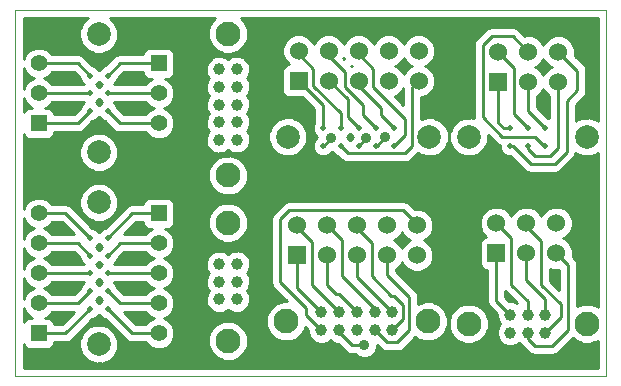
<source format=gtl>
G04 (created by PCBNEW (2013-07-07 BZR 4022)-stable) date 2014.06.02. 15:10:32*
%MOIN*%
G04 Gerber Fmt 3.4, Leading zero omitted, Abs format*
%FSLAX34Y34*%
G01*
G70*
G90*
G04 APERTURE LIST*
%ADD10C,0.00590551*%
%ADD11C,0.00393701*%
%ADD12R,0.06X0.06*%
%ADD13C,0.06*%
%ADD14C,0.0393701*%
%ADD15C,0.0826772*%
%ADD16C,0.019685*%
%ADD17C,0.0787402*%
%ADD18R,0.055X0.055*%
%ADD19C,0.055*%
%ADD20C,0.035*%
%ADD21C,0.01*%
G04 APERTURE END LIST*
G54D10*
G54D11*
X4725Y-4724D02*
G75*
G03X4725Y-4724I0J0D01*
G74*
G01*
X4723Y-4724D02*
X4725Y-4724D01*
X4724Y-4723D02*
X4724Y-4725D01*
X4725Y-4724D02*
G75*
G03X4725Y-4724I0J0D01*
G74*
G01*
X4723Y-4724D02*
X4725Y-4724D01*
X4724Y-4723D02*
X4724Y-4725D01*
X4725Y-4724D02*
G75*
G03X4725Y-4724I0J0D01*
G74*
G01*
X4723Y-4724D02*
X4725Y-4724D01*
X4724Y-4723D02*
X4724Y-4725D01*
X4724Y-16929D02*
X4724Y-4724D01*
X24409Y-16929D02*
X4724Y-16929D01*
X24409Y-4724D02*
X24409Y-16929D01*
X4724Y-4724D02*
X24409Y-4724D01*
G54D12*
X14161Y-7086D03*
G54D13*
X14161Y-6086D03*
X15161Y-7086D03*
X15161Y-6086D03*
X16161Y-7086D03*
X16161Y-6086D03*
X17161Y-7086D03*
X17161Y-6086D03*
X18161Y-7086D03*
X18161Y-6086D03*
G54D12*
X14106Y-12900D03*
G54D13*
X14106Y-11900D03*
X15106Y-12900D03*
X15106Y-11900D03*
X16106Y-12900D03*
X16106Y-11900D03*
X17106Y-12900D03*
X17106Y-11900D03*
X18106Y-12900D03*
X18106Y-11900D03*
G54D12*
X20825Y-7118D03*
G54D13*
X20825Y-6118D03*
X21825Y-7118D03*
X21825Y-6118D03*
X22825Y-7118D03*
X22825Y-6118D03*
G54D12*
X20753Y-12828D03*
G54D13*
X20753Y-11828D03*
X21753Y-12828D03*
X21753Y-11828D03*
X22753Y-12828D03*
X22753Y-11828D03*
G54D14*
X14925Y-14804D03*
X15515Y-14804D03*
X16106Y-14804D03*
X16696Y-14804D03*
X17287Y-14804D03*
X17287Y-15395D03*
X16696Y-15395D03*
X16106Y-15395D03*
X15515Y-15395D03*
X14925Y-15395D03*
G54D15*
X13744Y-15100D03*
X18468Y-15100D03*
G54D14*
X11515Y-9055D03*
X11515Y-8464D03*
X11515Y-7874D03*
X11515Y-7283D03*
X11515Y-6692D03*
X12106Y-6692D03*
X12106Y-7283D03*
X12106Y-7874D03*
X12106Y-8464D03*
X12106Y-9055D03*
G54D15*
X11811Y-10236D03*
X11811Y-5511D03*
G54D16*
X14980Y-8653D03*
X15570Y-8653D03*
X16161Y-8653D03*
X16751Y-8653D03*
X17342Y-8653D03*
X17342Y-9244D03*
X16751Y-9244D03*
X16161Y-9244D03*
X15570Y-9244D03*
X14980Y-9244D03*
G54D17*
X18523Y-8948D03*
X13799Y-8948D03*
G54D14*
X21212Y-14883D03*
X21803Y-14883D03*
X22393Y-14883D03*
X22393Y-15474D03*
X21803Y-15474D03*
X21212Y-15474D03*
G54D15*
X19834Y-15178D03*
X23771Y-15178D03*
G54D14*
X11515Y-14370D03*
X11515Y-13779D03*
X11515Y-13188D03*
X12106Y-13188D03*
X12106Y-13779D03*
X12106Y-14370D03*
G54D15*
X11811Y-15748D03*
X11811Y-11811D03*
G54D16*
X21209Y-8654D03*
X21800Y-8654D03*
X22390Y-8654D03*
X22390Y-9245D03*
X21800Y-9245D03*
X21209Y-9245D03*
G54D17*
X19831Y-8950D03*
X23768Y-8950D03*
G54D18*
X5500Y-15500D03*
G54D19*
X5500Y-14500D03*
X5500Y-13500D03*
X5500Y-12500D03*
X5500Y-11500D03*
G54D18*
X9500Y-11500D03*
G54D19*
X9500Y-12500D03*
X9500Y-13500D03*
X9500Y-14500D03*
X9500Y-15500D03*
G54D18*
X5500Y-8500D03*
G54D19*
X5500Y-7500D03*
X5500Y-6500D03*
G54D18*
X9500Y-6500D03*
G54D19*
X9500Y-7500D03*
X9500Y-8500D03*
G54D16*
X7204Y-14681D03*
X7204Y-14090D03*
X7204Y-13500D03*
X7204Y-12909D03*
X7204Y-12318D03*
X7795Y-12318D03*
X7795Y-12909D03*
X7795Y-13500D03*
X7795Y-14090D03*
X7795Y-14681D03*
G54D17*
X7500Y-11137D03*
X7500Y-15862D03*
G54D16*
X7204Y-8090D03*
X7204Y-7500D03*
X7204Y-6909D03*
X7795Y-6909D03*
X7795Y-7500D03*
X7795Y-8090D03*
G54D17*
X7500Y-9468D03*
X7500Y-5531D03*
G54D20*
X16356Y-15900D03*
X16406Y-9000D03*
X15256Y-9000D03*
X17056Y-8950D03*
G54D21*
X9500Y-8500D02*
X8204Y-8500D01*
X8204Y-8500D02*
X7795Y-8090D01*
X9500Y-11500D02*
X8614Y-11500D01*
X8614Y-11500D02*
X7795Y-12318D01*
X9500Y-15500D02*
X8614Y-15500D01*
X8614Y-15500D02*
X7795Y-14681D01*
X5500Y-8500D02*
X6795Y-8500D01*
X6795Y-8500D02*
X7204Y-8090D01*
X5500Y-7500D02*
X7204Y-7500D01*
X14106Y-12900D02*
X14106Y-13985D01*
X14106Y-13985D02*
X14925Y-14804D01*
X15106Y-11900D02*
X15606Y-12400D01*
X16696Y-14690D02*
X16696Y-14804D01*
X15606Y-13600D02*
X16696Y-14690D01*
X15606Y-12400D02*
X15606Y-13600D01*
X16106Y-11900D02*
X16106Y-12000D01*
X17656Y-15026D02*
X17287Y-15395D01*
X17656Y-14550D02*
X17656Y-15026D01*
X17356Y-14250D02*
X17656Y-14550D01*
X17256Y-14250D02*
X17356Y-14250D01*
X16606Y-13600D02*
X17256Y-14250D01*
X16606Y-12500D02*
X16606Y-13600D01*
X16106Y-12000D02*
X16606Y-12500D01*
X18106Y-11900D02*
X18106Y-11850D01*
X14406Y-14876D02*
X14925Y-15395D01*
X14406Y-14650D02*
X14406Y-14876D01*
X13556Y-13800D02*
X14406Y-14650D01*
X13556Y-11700D02*
X13556Y-13800D01*
X13856Y-11400D02*
X13556Y-11700D01*
X17656Y-11400D02*
X13856Y-11400D01*
X18106Y-11850D02*
X17656Y-11400D01*
X5500Y-6500D02*
X6795Y-6500D01*
X6795Y-6500D02*
X7204Y-6909D01*
X15106Y-12900D02*
X15106Y-13900D01*
X15501Y-14200D02*
X16106Y-14804D01*
X15406Y-14200D02*
X15501Y-14200D01*
X15106Y-13900D02*
X15406Y-14200D01*
X16106Y-12900D02*
X16106Y-13623D01*
X16106Y-13623D02*
X17287Y-14804D01*
X16696Y-15395D02*
X16701Y-15395D01*
X17106Y-13550D02*
X17106Y-12900D01*
X17856Y-14300D02*
X17106Y-13550D01*
X17856Y-15399D02*
X17856Y-14300D01*
X17456Y-15800D02*
X17856Y-15399D01*
X17106Y-15800D02*
X17456Y-15800D01*
X16701Y-15395D02*
X17106Y-15800D01*
X15515Y-15395D02*
X15515Y-15459D01*
X15956Y-15900D02*
X16356Y-15900D01*
X15515Y-15459D02*
X15956Y-15900D01*
X5500Y-14500D02*
X6795Y-14500D01*
X6795Y-14500D02*
X7204Y-14090D01*
X5500Y-13500D02*
X7204Y-13500D01*
X5500Y-12500D02*
X6795Y-12500D01*
X6795Y-12500D02*
X7204Y-12909D01*
X5500Y-11500D02*
X6385Y-11500D01*
X6385Y-11500D02*
X7204Y-12318D01*
X9500Y-12500D02*
X8204Y-12500D01*
X8204Y-12500D02*
X7795Y-12909D01*
X9500Y-13500D02*
X7795Y-13500D01*
X9500Y-14500D02*
X8204Y-14500D01*
X8204Y-14500D02*
X7795Y-14090D01*
X9500Y-6500D02*
X8204Y-6500D01*
X8204Y-6500D02*
X7795Y-6909D01*
X9500Y-7500D02*
X7795Y-7500D01*
X5500Y-15500D02*
X6385Y-15500D01*
X6385Y-15500D02*
X7204Y-14681D01*
X21825Y-7118D02*
X21825Y-8090D01*
X21825Y-8090D02*
X22390Y-8654D01*
X22390Y-9245D02*
X22345Y-9245D01*
X21818Y-6118D02*
X21825Y-6118D01*
X21300Y-5600D02*
X21818Y-6118D01*
X20600Y-5600D02*
X21300Y-5600D01*
X20300Y-5900D02*
X20600Y-5600D01*
X20300Y-8300D02*
X20300Y-5900D01*
X20950Y-8950D02*
X20300Y-8300D01*
X22050Y-8950D02*
X20950Y-8950D01*
X22345Y-9245D02*
X22050Y-8950D01*
X20825Y-6118D02*
X20825Y-6125D01*
X21350Y-8204D02*
X21800Y-8654D01*
X21350Y-6650D02*
X21350Y-8204D01*
X20825Y-6125D02*
X21350Y-6650D01*
X21800Y-9245D02*
X21800Y-9350D01*
X22825Y-9324D02*
X22825Y-7118D01*
X22550Y-9600D02*
X22825Y-9324D01*
X22050Y-9600D02*
X22550Y-9600D01*
X21800Y-9350D02*
X22050Y-9600D01*
X21209Y-8654D02*
X21004Y-8654D01*
X20825Y-8475D02*
X20825Y-7118D01*
X21004Y-8654D02*
X20825Y-8475D01*
X14161Y-6086D02*
X14161Y-6205D01*
X15570Y-8164D02*
X15570Y-8653D01*
X14656Y-7250D02*
X15570Y-8164D01*
X14656Y-6700D02*
X14656Y-7250D01*
X14161Y-6205D02*
X14656Y-6700D01*
X21209Y-9245D02*
X21295Y-9245D01*
X23450Y-6742D02*
X22825Y-6118D01*
X23450Y-7400D02*
X23450Y-6742D01*
X23100Y-7750D02*
X23450Y-7400D01*
X23100Y-9450D02*
X23100Y-7750D01*
X22700Y-9850D02*
X23100Y-9450D01*
X21900Y-9850D02*
X22700Y-9850D01*
X21295Y-9245D02*
X21900Y-9850D01*
X15161Y-6086D02*
X15161Y-6255D01*
X16306Y-8207D02*
X16751Y-8653D01*
X16306Y-7900D02*
X16306Y-8207D01*
X15706Y-7300D02*
X16306Y-7900D01*
X15706Y-6800D02*
X15706Y-7300D01*
X15161Y-6255D02*
X15706Y-6800D01*
X16161Y-6086D02*
X16161Y-6205D01*
X17706Y-8880D02*
X17342Y-9244D01*
X17706Y-8350D02*
X17706Y-8880D01*
X16656Y-7300D02*
X17706Y-8350D01*
X16656Y-6700D02*
X16656Y-7300D01*
X16161Y-6205D02*
X16656Y-6700D01*
X16161Y-9244D02*
X16162Y-9244D01*
X16162Y-9244D02*
X16406Y-9000D01*
X14980Y-9244D02*
X15012Y-9244D01*
X15012Y-9244D02*
X15256Y-9000D01*
X16161Y-7086D02*
X16161Y-7255D01*
X16906Y-8217D02*
X17342Y-8653D01*
X16906Y-8000D02*
X16906Y-8217D01*
X16161Y-7255D02*
X16906Y-8000D01*
X14980Y-8653D02*
X14980Y-7905D01*
X14980Y-7905D02*
X14161Y-7086D01*
X15161Y-7086D02*
X15192Y-7086D01*
X15806Y-8298D02*
X16161Y-8653D01*
X15806Y-7700D02*
X15806Y-8298D01*
X15192Y-7086D02*
X15806Y-7700D01*
X16751Y-9244D02*
X16762Y-9244D01*
X16762Y-9244D02*
X17056Y-8950D01*
X15570Y-9244D02*
X15570Y-9264D01*
X17956Y-7291D02*
X18161Y-7086D01*
X17956Y-9250D02*
X17956Y-7291D01*
X17706Y-9500D02*
X17956Y-9250D01*
X15806Y-9500D02*
X17706Y-9500D01*
X15570Y-9264D02*
X15806Y-9500D01*
X14106Y-11900D02*
X14106Y-11950D01*
X14606Y-13895D02*
X15515Y-14804D01*
X14606Y-12450D02*
X14606Y-13895D01*
X14106Y-11950D02*
X14606Y-12450D01*
X20753Y-12828D02*
X20753Y-14424D01*
X20753Y-14424D02*
X21212Y-14883D01*
X21753Y-12828D02*
X21753Y-13728D01*
X21753Y-13728D02*
X22393Y-14369D01*
X22393Y-14369D02*
X22393Y-14883D01*
X21803Y-15474D02*
X21803Y-15678D01*
X21803Y-15678D02*
X22053Y-15928D01*
X23153Y-13228D02*
X22753Y-12828D01*
X23153Y-15378D02*
X23153Y-13228D01*
X22603Y-15928D02*
X23153Y-15378D01*
X22053Y-15928D02*
X22603Y-15928D01*
X21803Y-14428D02*
X21803Y-14883D01*
X21253Y-13878D02*
X21803Y-14428D01*
X20753Y-11828D02*
X21253Y-12328D01*
X21253Y-12328D02*
X21253Y-13878D01*
X22903Y-14528D02*
X22903Y-14964D01*
X22253Y-13878D02*
X22903Y-14528D01*
X22253Y-12428D02*
X22253Y-13878D01*
X22903Y-14964D02*
X22393Y-15474D01*
X21753Y-11828D02*
X21753Y-11928D01*
X21753Y-11928D02*
X22253Y-12428D01*
G54D10*
G36*
X5274Y-7974D02*
X5175Y-7974D01*
X5083Y-8012D01*
X5013Y-8083D01*
X4994Y-8129D01*
X4994Y-7650D01*
X5054Y-7797D01*
X5202Y-7944D01*
X5274Y-7974D01*
X5274Y-7974D01*
G37*
G54D21*
X5274Y-7974D02*
X5175Y-7974D01*
X5083Y-8012D01*
X5013Y-8083D01*
X4994Y-8129D01*
X4994Y-7650D01*
X5054Y-7797D01*
X5202Y-7944D01*
X5274Y-7974D01*
G54D10*
G36*
X5274Y-14974D02*
X5175Y-14974D01*
X5083Y-15012D01*
X5013Y-15083D01*
X4994Y-15129D01*
X4994Y-14650D01*
X5054Y-14797D01*
X5202Y-14944D01*
X5274Y-14974D01*
X5274Y-14974D01*
G37*
G54D21*
X5274Y-14974D02*
X5175Y-14974D01*
X5083Y-15012D01*
X5013Y-15083D01*
X4994Y-15129D01*
X4994Y-14650D01*
X5054Y-14797D01*
X5202Y-14944D01*
X5274Y-14974D01*
G54D10*
G36*
X5335Y-7000D02*
X5203Y-7054D01*
X5055Y-7202D01*
X4994Y-7349D01*
X4994Y-6650D01*
X5054Y-6797D01*
X5202Y-6944D01*
X5335Y-7000D01*
X5335Y-7000D01*
G37*
G54D21*
X5335Y-7000D02*
X5203Y-7054D01*
X5055Y-7202D01*
X4994Y-7349D01*
X4994Y-6650D01*
X5054Y-6797D01*
X5202Y-6944D01*
X5335Y-7000D01*
G54D10*
G36*
X5335Y-12000D02*
X5203Y-12054D01*
X5055Y-12202D01*
X4994Y-12349D01*
X4994Y-11650D01*
X5054Y-11797D01*
X5202Y-11944D01*
X5335Y-12000D01*
X5335Y-12000D01*
G37*
G54D21*
X5335Y-12000D02*
X5203Y-12054D01*
X5055Y-12202D01*
X4994Y-12349D01*
X4994Y-11650D01*
X5054Y-11797D01*
X5202Y-11944D01*
X5335Y-12000D01*
G54D10*
G36*
X5335Y-13000D02*
X5203Y-13054D01*
X5055Y-13202D01*
X4994Y-13349D01*
X4994Y-12650D01*
X5054Y-12797D01*
X5202Y-12944D01*
X5335Y-13000D01*
X5335Y-13000D01*
G37*
G54D21*
X5335Y-13000D02*
X5203Y-13054D01*
X5055Y-13202D01*
X4994Y-13349D01*
X4994Y-12650D01*
X5054Y-12797D01*
X5202Y-12944D01*
X5335Y-13000D01*
G54D10*
G36*
X5335Y-14000D02*
X5203Y-14054D01*
X5055Y-14202D01*
X4994Y-14349D01*
X4994Y-13650D01*
X5054Y-13797D01*
X5202Y-13944D01*
X5335Y-14000D01*
X5335Y-14000D01*
G37*
G54D21*
X5335Y-14000D02*
X5203Y-14054D01*
X5055Y-14202D01*
X4994Y-14349D01*
X4994Y-13650D01*
X5054Y-13797D01*
X5202Y-13944D01*
X5335Y-14000D01*
G54D10*
G36*
X6661Y-12200D02*
X5942Y-12200D01*
X5797Y-12055D01*
X5664Y-11999D01*
X5797Y-11945D01*
X5942Y-11800D01*
X6261Y-11800D01*
X6661Y-12200D01*
X6661Y-12200D01*
G37*
G54D21*
X6661Y-12200D02*
X5942Y-12200D01*
X5797Y-12055D01*
X5664Y-11999D01*
X5797Y-11945D01*
X5942Y-11800D01*
X6261Y-11800D01*
X6661Y-12200D01*
G54D10*
G36*
X6661Y-14800D02*
X6261Y-15200D01*
X6025Y-15200D01*
X6025Y-15175D01*
X5987Y-15083D01*
X5916Y-15013D01*
X5824Y-14975D01*
X5725Y-14974D01*
X5725Y-14974D01*
X5797Y-14945D01*
X5942Y-14800D01*
X6661Y-14800D01*
X6661Y-14800D01*
G37*
G54D21*
X6661Y-14800D02*
X6261Y-15200D01*
X6025Y-15200D01*
X6025Y-15175D01*
X5987Y-15083D01*
X5916Y-15013D01*
X5824Y-14975D01*
X5725Y-14974D01*
X5725Y-14974D01*
X5797Y-14945D01*
X5942Y-14800D01*
X6661Y-14800D01*
G54D10*
G36*
X7002Y-7200D02*
X5942Y-7200D01*
X5797Y-7055D01*
X5664Y-6999D01*
X5797Y-6945D01*
X5942Y-6800D01*
X6671Y-6800D01*
X6861Y-6989D01*
X6909Y-7106D01*
X7002Y-7200D01*
X7002Y-7200D01*
G37*
G54D21*
X7002Y-7200D02*
X5942Y-7200D01*
X5797Y-7055D01*
X5664Y-6999D01*
X5797Y-6945D01*
X5942Y-6800D01*
X6671Y-6800D01*
X6861Y-6989D01*
X6909Y-7106D01*
X7002Y-7200D01*
G54D10*
G36*
X7002Y-13200D02*
X5942Y-13200D01*
X5797Y-13055D01*
X5664Y-12999D01*
X5797Y-12945D01*
X5942Y-12800D01*
X6671Y-12800D01*
X6861Y-12989D01*
X6909Y-13106D01*
X7002Y-13200D01*
X7002Y-13200D01*
G37*
G54D21*
X7002Y-13200D02*
X5942Y-13200D01*
X5797Y-13055D01*
X5664Y-12999D01*
X5797Y-12945D01*
X5942Y-12800D01*
X6671Y-12800D01*
X6861Y-12989D01*
X6909Y-13106D01*
X7002Y-13200D01*
G54D10*
G36*
X7002Y-7800D02*
X6909Y-7892D01*
X6860Y-8010D01*
X6671Y-8200D01*
X6025Y-8200D01*
X6025Y-8175D01*
X5987Y-8083D01*
X5916Y-8013D01*
X5824Y-7975D01*
X5725Y-7974D01*
X5725Y-7974D01*
X5797Y-7945D01*
X5942Y-7800D01*
X7002Y-7800D01*
X7002Y-7800D01*
G37*
G54D21*
X7002Y-7800D02*
X6909Y-7892D01*
X6860Y-8010D01*
X6671Y-8200D01*
X6025Y-8200D01*
X6025Y-8175D01*
X5987Y-8083D01*
X5916Y-8013D01*
X5824Y-7975D01*
X5725Y-7974D01*
X5725Y-7974D01*
X5797Y-7945D01*
X5942Y-7800D01*
X7002Y-7800D01*
G54D10*
G36*
X7002Y-13800D02*
X6909Y-13892D01*
X6860Y-14010D01*
X6671Y-14200D01*
X5942Y-14200D01*
X5797Y-14055D01*
X5664Y-13999D01*
X5797Y-13945D01*
X5942Y-13800D01*
X7002Y-13800D01*
X7002Y-13800D01*
G37*
G54D21*
X7002Y-13800D02*
X6909Y-13892D01*
X6860Y-14010D01*
X6671Y-14200D01*
X5942Y-14200D01*
X5797Y-14055D01*
X5664Y-13999D01*
X5797Y-13945D01*
X5942Y-13800D01*
X7002Y-13800D01*
G54D10*
G36*
X7597Y-7204D02*
X7500Y-7302D01*
X7499Y-7302D01*
X7402Y-7204D01*
X7402Y-7204D01*
X7499Y-7107D01*
X7500Y-7106D01*
X7597Y-7204D01*
X7597Y-7204D01*
X7597Y-7204D01*
G37*
G54D21*
X7597Y-7204D02*
X7500Y-7302D01*
X7499Y-7302D01*
X7402Y-7204D01*
X7402Y-7204D01*
X7499Y-7107D01*
X7500Y-7106D01*
X7597Y-7204D01*
X7597Y-7204D01*
G54D10*
G36*
X7597Y-7795D02*
X7500Y-7892D01*
X7499Y-7893D01*
X7402Y-7795D01*
X7402Y-7795D01*
X7499Y-7697D01*
X7500Y-7697D01*
X7597Y-7795D01*
X7597Y-7795D01*
X7597Y-7795D01*
G37*
G54D21*
X7597Y-7795D02*
X7500Y-7892D01*
X7499Y-7893D01*
X7402Y-7795D01*
X7402Y-7795D01*
X7499Y-7697D01*
X7500Y-7697D01*
X7597Y-7795D01*
X7597Y-7795D01*
G54D10*
G36*
X7597Y-12614D02*
X7500Y-12711D01*
X7499Y-12712D01*
X7402Y-12614D01*
X7402Y-12614D01*
X7499Y-12516D01*
X7500Y-12516D01*
X7597Y-12614D01*
X7597Y-12614D01*
X7597Y-12614D01*
G37*
G54D21*
X7597Y-12614D02*
X7500Y-12711D01*
X7499Y-12712D01*
X7402Y-12614D01*
X7402Y-12614D01*
X7499Y-12516D01*
X7500Y-12516D01*
X7597Y-12614D01*
X7597Y-12614D01*
G54D10*
G36*
X7597Y-13204D02*
X7500Y-13302D01*
X7499Y-13302D01*
X7402Y-13204D01*
X7402Y-13204D01*
X7499Y-13107D01*
X7500Y-13106D01*
X7597Y-13204D01*
X7597Y-13204D01*
X7597Y-13204D01*
G37*
G54D21*
X7597Y-13204D02*
X7500Y-13302D01*
X7499Y-13302D01*
X7402Y-13204D01*
X7402Y-13204D01*
X7499Y-13107D01*
X7500Y-13106D01*
X7597Y-13204D01*
X7597Y-13204D01*
G54D10*
G36*
X7597Y-13795D02*
X7500Y-13892D01*
X7499Y-13893D01*
X7402Y-13795D01*
X7402Y-13795D01*
X7499Y-13697D01*
X7500Y-13697D01*
X7597Y-13795D01*
X7597Y-13795D01*
X7597Y-13795D01*
G37*
G54D21*
X7597Y-13795D02*
X7500Y-13892D01*
X7499Y-13893D01*
X7402Y-13795D01*
X7402Y-13795D01*
X7499Y-13697D01*
X7500Y-13697D01*
X7597Y-13795D01*
X7597Y-13795D01*
G54D10*
G36*
X7597Y-14385D02*
X7500Y-14483D01*
X7499Y-14483D01*
X7402Y-14385D01*
X7402Y-14385D01*
X7499Y-14288D01*
X7500Y-14287D01*
X7597Y-14385D01*
X7597Y-14385D01*
X7597Y-14385D01*
G37*
G54D21*
X7597Y-14385D02*
X7500Y-14483D01*
X7499Y-14483D01*
X7402Y-14385D01*
X7402Y-14385D01*
X7499Y-14288D01*
X7500Y-14287D01*
X7597Y-14385D01*
X7597Y-14385D01*
G54D10*
G36*
X9274Y-7025D02*
X9203Y-7054D01*
X9057Y-7200D01*
X7997Y-7200D01*
X8090Y-7107D01*
X8139Y-6989D01*
X8328Y-6800D01*
X8974Y-6800D01*
X8974Y-6824D01*
X9012Y-6916D01*
X9083Y-6986D01*
X9175Y-7024D01*
X9274Y-7025D01*
X9274Y-7025D01*
X9274Y-7025D01*
G37*
G54D21*
X9274Y-7025D02*
X9203Y-7054D01*
X9057Y-7200D01*
X7997Y-7200D01*
X8090Y-7107D01*
X8139Y-6989D01*
X8328Y-6800D01*
X8974Y-6800D01*
X8974Y-6824D01*
X9012Y-6916D01*
X9083Y-6986D01*
X9175Y-7024D01*
X9274Y-7025D01*
X9274Y-7025D01*
G54D10*
G36*
X9274Y-12025D02*
X9203Y-12054D01*
X9057Y-12200D01*
X8338Y-12200D01*
X8738Y-11800D01*
X8974Y-11800D01*
X8974Y-11824D01*
X9012Y-11916D01*
X9083Y-11986D01*
X9175Y-12024D01*
X9274Y-12025D01*
X9274Y-12025D01*
X9274Y-12025D01*
G37*
G54D21*
X9274Y-12025D02*
X9203Y-12054D01*
X9057Y-12200D01*
X8338Y-12200D01*
X8738Y-11800D01*
X8974Y-11800D01*
X8974Y-11824D01*
X9012Y-11916D01*
X9083Y-11986D01*
X9175Y-12024D01*
X9274Y-12025D01*
X9274Y-12025D01*
G54D10*
G36*
X9335Y-8000D02*
X9203Y-8054D01*
X9057Y-8200D01*
X8328Y-8200D01*
X8138Y-8010D01*
X8090Y-7893D01*
X7997Y-7800D01*
X9057Y-7800D01*
X9202Y-7944D01*
X9335Y-8000D01*
X9335Y-8000D01*
G37*
G54D21*
X9335Y-8000D02*
X9203Y-8054D01*
X9057Y-8200D01*
X8328Y-8200D01*
X8138Y-8010D01*
X8090Y-7893D01*
X7997Y-7800D01*
X9057Y-7800D01*
X9202Y-7944D01*
X9335Y-8000D01*
G54D10*
G36*
X9335Y-13000D02*
X9203Y-13054D01*
X9057Y-13200D01*
X7997Y-13200D01*
X8090Y-13107D01*
X8139Y-12989D01*
X8328Y-12800D01*
X9057Y-12800D01*
X9202Y-12944D01*
X9335Y-13000D01*
X9335Y-13000D01*
G37*
G54D21*
X9335Y-13000D02*
X9203Y-13054D01*
X9057Y-13200D01*
X7997Y-13200D01*
X8090Y-13107D01*
X8139Y-12989D01*
X8328Y-12800D01*
X9057Y-12800D01*
X9202Y-12944D01*
X9335Y-13000D01*
G54D10*
G36*
X9335Y-14000D02*
X9203Y-14054D01*
X9057Y-14200D01*
X8328Y-14200D01*
X8138Y-14010D01*
X8090Y-13893D01*
X7997Y-13800D01*
X9057Y-13800D01*
X9202Y-13944D01*
X9335Y-14000D01*
X9335Y-14000D01*
G37*
G54D21*
X9335Y-14000D02*
X9203Y-14054D01*
X9057Y-14200D01*
X8328Y-14200D01*
X8138Y-14010D01*
X8090Y-13893D01*
X7997Y-13800D01*
X9057Y-13800D01*
X9202Y-13944D01*
X9335Y-14000D01*
G54D10*
G36*
X9335Y-15000D02*
X9203Y-15054D01*
X9057Y-15200D01*
X8738Y-15200D01*
X8338Y-14800D01*
X9057Y-14800D01*
X9202Y-14944D01*
X9335Y-15000D01*
X9335Y-15000D01*
G37*
G54D21*
X9335Y-15000D02*
X9203Y-15054D01*
X9057Y-15200D01*
X8738Y-15200D01*
X8338Y-14800D01*
X9057Y-14800D01*
X9202Y-14944D01*
X9335Y-15000D01*
G54D10*
G36*
X15671Y-6340D02*
X15657Y-6326D01*
X15661Y-6316D01*
X15671Y-6340D01*
X15671Y-6340D01*
G37*
G54D21*
X15671Y-6340D02*
X15657Y-6326D01*
X15661Y-6316D01*
X15671Y-6340D01*
G54D10*
G36*
X15931Y-6586D02*
X15920Y-6591D01*
X15918Y-6587D01*
X15918Y-6587D01*
X15907Y-6576D01*
X15931Y-6586D01*
X15931Y-6586D01*
G37*
G54D21*
X15931Y-6586D02*
X15920Y-6591D01*
X15918Y-6587D01*
X15918Y-6587D01*
X15907Y-6576D01*
X15931Y-6586D01*
G54D10*
G36*
X15964Y-8948D02*
X15866Y-9046D01*
X15866Y-9046D01*
X15768Y-8948D01*
X15768Y-8948D01*
X15866Y-8851D01*
X15866Y-8850D01*
X15963Y-8948D01*
X15964Y-8948D01*
X15964Y-8948D01*
G37*
G54D21*
X15964Y-8948D02*
X15866Y-9046D01*
X15866Y-9046D01*
X15768Y-8948D01*
X15768Y-8948D01*
X15866Y-8851D01*
X15866Y-8850D01*
X15963Y-8948D01*
X15964Y-8948D01*
G54D10*
G36*
X17656Y-7875D02*
X17374Y-7593D01*
X17472Y-7553D01*
X17627Y-7398D01*
X17656Y-7329D01*
X17656Y-7875D01*
X17656Y-7875D01*
G37*
G54D21*
X17656Y-7875D02*
X17374Y-7593D01*
X17472Y-7553D01*
X17627Y-7398D01*
X17656Y-7329D01*
X17656Y-7875D01*
G54D10*
G36*
X17876Y-12399D02*
X17795Y-12433D01*
X17640Y-12588D01*
X17606Y-12669D01*
X17572Y-12588D01*
X17418Y-12434D01*
X17336Y-12400D01*
X17417Y-12366D01*
X17572Y-12211D01*
X17606Y-12130D01*
X17639Y-12211D01*
X17794Y-12365D01*
X17876Y-12399D01*
X17876Y-12399D01*
G37*
G54D21*
X17876Y-12399D02*
X17795Y-12433D01*
X17640Y-12588D01*
X17606Y-12669D01*
X17572Y-12588D01*
X17418Y-12434D01*
X17336Y-12400D01*
X17417Y-12366D01*
X17572Y-12211D01*
X17606Y-12130D01*
X17639Y-12211D01*
X17794Y-12365D01*
X17876Y-12399D01*
G54D10*
G36*
X17931Y-6586D02*
X17850Y-6620D01*
X17695Y-6774D01*
X17661Y-6856D01*
X17627Y-6775D01*
X17473Y-6620D01*
X17391Y-6586D01*
X17472Y-6553D01*
X17627Y-6398D01*
X17661Y-6316D01*
X17694Y-6397D01*
X17849Y-6552D01*
X17931Y-6586D01*
X17931Y-6586D01*
G37*
G54D21*
X17931Y-6586D02*
X17850Y-6620D01*
X17695Y-6774D01*
X17661Y-6856D01*
X17627Y-6775D01*
X17473Y-6620D01*
X17391Y-6586D01*
X17472Y-6553D01*
X17627Y-6398D01*
X17661Y-6316D01*
X17694Y-6397D01*
X17849Y-6552D01*
X17931Y-6586D01*
G54D10*
G36*
X21447Y-14497D02*
X21301Y-14436D01*
X21189Y-14436D01*
X21053Y-14299D01*
X21053Y-14103D01*
X21447Y-14497D01*
X21447Y-14497D01*
G37*
G54D21*
X21447Y-14497D02*
X21301Y-14436D01*
X21189Y-14436D01*
X21053Y-14299D01*
X21053Y-14103D01*
X21447Y-14497D01*
G54D10*
G36*
X22525Y-8333D02*
X22470Y-8310D01*
X22125Y-7965D01*
X22125Y-7590D01*
X22137Y-7585D01*
X22291Y-7430D01*
X22325Y-7349D01*
X22359Y-7430D01*
X22514Y-7584D01*
X22525Y-7589D01*
X22525Y-8333D01*
X22525Y-8333D01*
G37*
G54D21*
X22525Y-8333D02*
X22470Y-8310D01*
X22125Y-7965D01*
X22125Y-7590D01*
X22137Y-7585D01*
X22291Y-7430D01*
X22325Y-7349D01*
X22359Y-7430D01*
X22514Y-7584D01*
X22525Y-7589D01*
X22525Y-8333D01*
G54D10*
G36*
X22595Y-6618D02*
X22514Y-6652D01*
X22359Y-6806D01*
X22326Y-6888D01*
X22292Y-6807D01*
X22137Y-6652D01*
X22056Y-6618D01*
X22137Y-6585D01*
X22291Y-6430D01*
X22325Y-6349D01*
X22359Y-6430D01*
X22514Y-6584D01*
X22595Y-6618D01*
X22595Y-6618D01*
G37*
G54D21*
X22595Y-6618D02*
X22514Y-6652D01*
X22359Y-6806D01*
X22326Y-6888D01*
X22292Y-6807D01*
X22137Y-6652D01*
X22056Y-6618D01*
X22137Y-6585D01*
X22291Y-6430D01*
X22325Y-6349D01*
X22359Y-6430D01*
X22514Y-6584D01*
X22595Y-6618D01*
G54D10*
G36*
X22853Y-14054D02*
X22553Y-13754D01*
X22553Y-13341D01*
X22643Y-13378D01*
X22853Y-13378D01*
X22853Y-14054D01*
X22853Y-14054D01*
G37*
G54D21*
X22853Y-14054D02*
X22553Y-13754D01*
X22553Y-13341D01*
X22643Y-13378D01*
X22853Y-13378D01*
X22853Y-14054D01*
G54D10*
G36*
X24139Y-16659D02*
X20502Y-16659D01*
X20502Y-15287D01*
X20498Y-15167D01*
X20498Y-15047D01*
X20493Y-15036D01*
X20493Y-15023D01*
X20409Y-14822D01*
X20404Y-14820D01*
X20397Y-14803D01*
X20210Y-14616D01*
X20192Y-14609D01*
X20190Y-14603D01*
X20078Y-14561D01*
X19967Y-14515D01*
X19954Y-14515D01*
X19943Y-14511D01*
X19823Y-14515D01*
X19703Y-14515D01*
X19691Y-14519D01*
X19679Y-14520D01*
X19478Y-14603D01*
X19476Y-14608D01*
X19459Y-14616D01*
X19272Y-14802D01*
X19265Y-14820D01*
X19259Y-14822D01*
X19217Y-14935D01*
X19171Y-15045D01*
X19171Y-9052D01*
X19167Y-8937D01*
X19167Y-8821D01*
X19162Y-8809D01*
X19162Y-8797D01*
X19082Y-8604D01*
X19077Y-8602D01*
X19069Y-8584D01*
X18888Y-8403D01*
X18869Y-8395D01*
X18867Y-8390D01*
X18759Y-8349D01*
X18652Y-8305D01*
X18639Y-8305D01*
X18627Y-8300D01*
X18511Y-8305D01*
X18396Y-8305D01*
X18384Y-8309D01*
X18371Y-8310D01*
X18256Y-8358D01*
X18256Y-7636D01*
X18270Y-7636D01*
X18472Y-7553D01*
X18627Y-7398D01*
X18711Y-7196D01*
X18711Y-6977D01*
X18627Y-6775D01*
X18473Y-6620D01*
X18391Y-6586D01*
X18472Y-6553D01*
X18627Y-6398D01*
X18711Y-6196D01*
X18711Y-5977D01*
X18627Y-5775D01*
X18473Y-5620D01*
X18271Y-5536D01*
X18052Y-5536D01*
X17850Y-5620D01*
X17695Y-5774D01*
X17661Y-5856D01*
X17627Y-5775D01*
X17473Y-5620D01*
X17271Y-5536D01*
X17052Y-5536D01*
X16850Y-5620D01*
X16695Y-5774D01*
X16661Y-5856D01*
X16627Y-5775D01*
X16473Y-5620D01*
X16271Y-5536D01*
X16052Y-5536D01*
X15850Y-5620D01*
X15695Y-5774D01*
X15661Y-5856D01*
X15627Y-5775D01*
X15473Y-5620D01*
X15271Y-5536D01*
X15052Y-5536D01*
X14850Y-5620D01*
X14695Y-5774D01*
X14661Y-5856D01*
X14627Y-5775D01*
X14473Y-5620D01*
X14271Y-5536D01*
X14052Y-5536D01*
X13850Y-5620D01*
X13695Y-5774D01*
X13611Y-5976D01*
X13611Y-6195D01*
X13694Y-6397D01*
X13833Y-6536D01*
X13811Y-6536D01*
X13719Y-6574D01*
X13649Y-6644D01*
X13611Y-6736D01*
X13611Y-6836D01*
X13611Y-7436D01*
X13649Y-7528D01*
X13719Y-7598D01*
X13811Y-7636D01*
X13910Y-7636D01*
X14287Y-7636D01*
X14680Y-8029D01*
X14680Y-8467D01*
X14631Y-8583D01*
X14631Y-8722D01*
X14684Y-8850D01*
X14782Y-8948D01*
X14782Y-8948D01*
X14685Y-9046D01*
X14631Y-9174D01*
X14631Y-9313D01*
X14684Y-9441D01*
X14782Y-9539D01*
X14910Y-9592D01*
X15049Y-9592D01*
X15177Y-9539D01*
X15275Y-9441D01*
X15275Y-9441D01*
X15373Y-9539D01*
X15455Y-9573D01*
X15594Y-9712D01*
X15594Y-9712D01*
X15691Y-9777D01*
X15806Y-9799D01*
X15806Y-9800D01*
X17706Y-9800D01*
X17706Y-9799D01*
X17821Y-9777D01*
X17821Y-9777D01*
X17918Y-9712D01*
X18147Y-9483D01*
X18158Y-9494D01*
X18177Y-9502D01*
X18179Y-9507D01*
X18288Y-9547D01*
X18395Y-9592D01*
X18407Y-9592D01*
X18419Y-9596D01*
X18535Y-9592D01*
X18651Y-9592D01*
X18662Y-9587D01*
X18675Y-9587D01*
X18867Y-9507D01*
X18869Y-9502D01*
X18887Y-9494D01*
X19069Y-9313D01*
X19076Y-9295D01*
X19082Y-9293D01*
X19122Y-9184D01*
X19167Y-9077D01*
X19167Y-9064D01*
X19171Y-9052D01*
X19171Y-15045D01*
X19171Y-15046D01*
X19171Y-15058D01*
X19167Y-15069D01*
X19171Y-15189D01*
X19171Y-15310D01*
X19175Y-15321D01*
X19176Y-15333D01*
X19259Y-15534D01*
X19264Y-15536D01*
X19271Y-15554D01*
X19458Y-15740D01*
X19476Y-15748D01*
X19478Y-15753D01*
X19591Y-15795D01*
X19702Y-15842D01*
X19714Y-15842D01*
X19725Y-15846D01*
X19845Y-15842D01*
X19966Y-15842D01*
X19977Y-15837D01*
X19989Y-15837D01*
X20190Y-15753D01*
X20192Y-15748D01*
X20209Y-15741D01*
X20396Y-15555D01*
X20404Y-15536D01*
X20409Y-15534D01*
X20451Y-15422D01*
X20497Y-15311D01*
X20497Y-15299D01*
X20502Y-15287D01*
X20502Y-16659D01*
X19136Y-16659D01*
X19136Y-15208D01*
X19131Y-15088D01*
X19132Y-14968D01*
X19127Y-14957D01*
X19126Y-14945D01*
X19043Y-14743D01*
X19038Y-14741D01*
X19031Y-14724D01*
X18844Y-14537D01*
X18826Y-14530D01*
X18824Y-14524D01*
X18712Y-14482D01*
X18601Y-14436D01*
X18588Y-14436D01*
X18577Y-14432D01*
X18457Y-14436D01*
X18337Y-14436D01*
X18325Y-14441D01*
X18313Y-14441D01*
X18156Y-14506D01*
X18156Y-14300D01*
X18133Y-14185D01*
X18068Y-14087D01*
X18068Y-14087D01*
X17406Y-13425D01*
X17406Y-13371D01*
X17417Y-13366D01*
X17572Y-13211D01*
X17606Y-13130D01*
X17639Y-13211D01*
X17794Y-13365D01*
X17996Y-13449D01*
X18215Y-13450D01*
X18417Y-13366D01*
X18572Y-13211D01*
X18656Y-13009D01*
X18656Y-12791D01*
X18572Y-12588D01*
X18418Y-12434D01*
X18336Y-12400D01*
X18417Y-12366D01*
X18572Y-12211D01*
X18656Y-12009D01*
X18656Y-11791D01*
X18572Y-11588D01*
X18418Y-11434D01*
X18216Y-11350D01*
X18030Y-11349D01*
X17868Y-11187D01*
X17771Y-11122D01*
X17656Y-11100D01*
X14447Y-11100D01*
X14447Y-9052D01*
X14442Y-8937D01*
X14443Y-8821D01*
X14438Y-8809D01*
X14437Y-8797D01*
X14358Y-8604D01*
X14352Y-8602D01*
X14345Y-8584D01*
X14164Y-8403D01*
X14145Y-8395D01*
X14143Y-8390D01*
X14034Y-8349D01*
X13927Y-8305D01*
X13915Y-8305D01*
X13903Y-8300D01*
X13787Y-8305D01*
X13671Y-8305D01*
X13660Y-8309D01*
X13647Y-8310D01*
X13455Y-8390D01*
X13453Y-8395D01*
X13435Y-8402D01*
X13253Y-8583D01*
X13246Y-8602D01*
X13240Y-8604D01*
X13200Y-8713D01*
X13155Y-8820D01*
X13155Y-8832D01*
X13151Y-8844D01*
X13155Y-8960D01*
X13155Y-9076D01*
X13160Y-9087D01*
X13160Y-9100D01*
X13240Y-9293D01*
X13245Y-9295D01*
X13253Y-9312D01*
X13434Y-9494D01*
X13452Y-9502D01*
X13455Y-9507D01*
X13563Y-9547D01*
X13670Y-9592D01*
X13683Y-9592D01*
X13695Y-9596D01*
X13810Y-9592D01*
X13926Y-9592D01*
X13938Y-9587D01*
X13950Y-9587D01*
X14143Y-9507D01*
X14145Y-9502D01*
X14163Y-9494D01*
X14344Y-9313D01*
X14352Y-9295D01*
X14358Y-9293D01*
X14398Y-9184D01*
X14442Y-9077D01*
X14442Y-9064D01*
X14447Y-9052D01*
X14447Y-11100D01*
X13856Y-11100D01*
X13741Y-11122D01*
X13644Y-11187D01*
X13344Y-11487D01*
X13279Y-11585D01*
X13256Y-11700D01*
X13256Y-13800D01*
X13279Y-13914D01*
X13344Y-14012D01*
X13767Y-14435D01*
X13732Y-14436D01*
X13612Y-14436D01*
X13601Y-14441D01*
X13589Y-14441D01*
X13388Y-14524D01*
X13386Y-14530D01*
X13368Y-14537D01*
X13182Y-14723D01*
X13174Y-14741D01*
X13168Y-14743D01*
X13126Y-14856D01*
X13080Y-14967D01*
X13080Y-14979D01*
X13076Y-14991D01*
X13080Y-15111D01*
X13080Y-15231D01*
X13085Y-15242D01*
X13085Y-15254D01*
X13168Y-15456D01*
X13174Y-15458D01*
X13181Y-15475D01*
X13367Y-15662D01*
X13385Y-15669D01*
X13388Y-15675D01*
X13500Y-15717D01*
X13611Y-15763D01*
X13623Y-15763D01*
X13635Y-15767D01*
X13755Y-15763D01*
X13875Y-15763D01*
X13886Y-15758D01*
X13898Y-15758D01*
X14100Y-15675D01*
X14102Y-15669D01*
X14119Y-15662D01*
X14306Y-15476D01*
X14313Y-15458D01*
X14319Y-15456D01*
X14361Y-15343D01*
X14387Y-15281D01*
X14478Y-15372D01*
X14478Y-15483D01*
X14546Y-15648D01*
X14671Y-15773D01*
X14835Y-15842D01*
X15013Y-15842D01*
X15177Y-15774D01*
X15220Y-15731D01*
X15262Y-15773D01*
X15426Y-15842D01*
X15474Y-15842D01*
X15744Y-16112D01*
X15744Y-16112D01*
X15841Y-16177D01*
X15956Y-16199D01*
X15956Y-16200D01*
X16055Y-16200D01*
X16115Y-16260D01*
X16271Y-16324D01*
X16440Y-16325D01*
X16596Y-16260D01*
X16716Y-16141D01*
X16781Y-15984D01*
X16781Y-15899D01*
X16894Y-16012D01*
X16894Y-16012D01*
X16991Y-16077D01*
X17106Y-16100D01*
X17456Y-16100D01*
X17456Y-16099D01*
X17571Y-16077D01*
X17571Y-16077D01*
X17668Y-16012D01*
X18055Y-15625D01*
X18092Y-15662D01*
X18110Y-15669D01*
X18112Y-15675D01*
X18225Y-15717D01*
X18335Y-15763D01*
X18348Y-15763D01*
X18359Y-15767D01*
X18479Y-15763D01*
X18599Y-15763D01*
X18611Y-15758D01*
X18623Y-15758D01*
X18824Y-15675D01*
X18826Y-15669D01*
X18843Y-15662D01*
X19030Y-15476D01*
X19038Y-15458D01*
X19043Y-15456D01*
X19085Y-15343D01*
X19131Y-15232D01*
X19131Y-15220D01*
X19136Y-15208D01*
X19136Y-16659D01*
X12558Y-16659D01*
X12558Y-14427D01*
X12553Y-14354D01*
X12553Y-14281D01*
X12546Y-14266D01*
X12545Y-14249D01*
X12502Y-14144D01*
X12496Y-14143D01*
X12485Y-14117D01*
X12442Y-14074D01*
X12484Y-14032D01*
X12495Y-14006D01*
X12502Y-14005D01*
X12525Y-13936D01*
X12553Y-13868D01*
X12553Y-13852D01*
X12558Y-13836D01*
X12553Y-13763D01*
X12553Y-13691D01*
X12546Y-13675D01*
X12545Y-13659D01*
X12502Y-13553D01*
X12496Y-13552D01*
X12485Y-13526D01*
X12442Y-13484D01*
X12484Y-13442D01*
X12495Y-13415D01*
X12502Y-13414D01*
X12525Y-13345D01*
X12553Y-13278D01*
X12553Y-13261D01*
X12558Y-13246D01*
X12558Y-9112D01*
X12553Y-9039D01*
X12553Y-8966D01*
X12546Y-8951D01*
X12545Y-8934D01*
X12502Y-8829D01*
X12496Y-8828D01*
X12485Y-8802D01*
X12442Y-8759D01*
X12484Y-8718D01*
X12495Y-8691D01*
X12502Y-8690D01*
X12525Y-8621D01*
X12553Y-8553D01*
X12553Y-8537D01*
X12558Y-8521D01*
X12553Y-8448D01*
X12553Y-8376D01*
X12546Y-8360D01*
X12545Y-8344D01*
X12502Y-8238D01*
X12496Y-8237D01*
X12485Y-8211D01*
X12442Y-8169D01*
X12484Y-8127D01*
X12495Y-8100D01*
X12502Y-8099D01*
X12525Y-8030D01*
X12553Y-7963D01*
X12553Y-7946D01*
X12558Y-7931D01*
X12553Y-7858D01*
X12553Y-7785D01*
X12546Y-7770D01*
X12545Y-7753D01*
X12502Y-7648D01*
X12496Y-7647D01*
X12485Y-7621D01*
X12442Y-7578D01*
X12484Y-7536D01*
X12495Y-7510D01*
X12502Y-7509D01*
X12525Y-7440D01*
X12553Y-7372D01*
X12553Y-7356D01*
X12558Y-7340D01*
X12553Y-7267D01*
X12553Y-7194D01*
X12546Y-7179D01*
X12545Y-7163D01*
X12502Y-7057D01*
X12496Y-7056D01*
X12485Y-7030D01*
X12442Y-6988D01*
X12484Y-6946D01*
X12495Y-6919D01*
X12502Y-6918D01*
X12525Y-6849D01*
X12553Y-6782D01*
X12553Y-6765D01*
X12558Y-6750D01*
X12553Y-6677D01*
X12553Y-6604D01*
X12546Y-6589D01*
X12545Y-6572D01*
X12502Y-6467D01*
X12496Y-6466D01*
X12485Y-6440D01*
X12359Y-6314D01*
X12333Y-6303D01*
X12332Y-6297D01*
X12262Y-6274D01*
X12195Y-6246D01*
X12179Y-6246D01*
X12163Y-6240D01*
X12090Y-6246D01*
X12017Y-6245D01*
X12002Y-6252D01*
X11986Y-6253D01*
X11880Y-6297D01*
X11879Y-6303D01*
X11853Y-6313D01*
X11811Y-6356D01*
X11769Y-6314D01*
X11742Y-6303D01*
X11741Y-6297D01*
X11672Y-6274D01*
X11605Y-6246D01*
X11588Y-6246D01*
X11572Y-6240D01*
X11500Y-6246D01*
X11427Y-6245D01*
X11411Y-6252D01*
X11395Y-6253D01*
X11290Y-6297D01*
X11288Y-6303D01*
X11262Y-6313D01*
X11137Y-6439D01*
X11126Y-6466D01*
X11119Y-6467D01*
X11096Y-6536D01*
X11068Y-6603D01*
X11068Y-6620D01*
X11063Y-6635D01*
X11068Y-6708D01*
X11068Y-6781D01*
X11075Y-6796D01*
X11076Y-6813D01*
X11119Y-6918D01*
X11125Y-6919D01*
X11136Y-6945D01*
X11179Y-6988D01*
X11137Y-7030D01*
X11126Y-7056D01*
X11119Y-7057D01*
X11096Y-7126D01*
X11068Y-7194D01*
X11068Y-7210D01*
X11063Y-7226D01*
X11068Y-7299D01*
X11068Y-7371D01*
X11075Y-7387D01*
X11076Y-7403D01*
X11119Y-7509D01*
X11125Y-7510D01*
X11136Y-7536D01*
X11179Y-7578D01*
X11137Y-7620D01*
X11126Y-7647D01*
X11119Y-7648D01*
X11096Y-7717D01*
X11068Y-7784D01*
X11068Y-7801D01*
X11063Y-7816D01*
X11068Y-7889D01*
X11068Y-7962D01*
X11075Y-7977D01*
X11076Y-7994D01*
X11119Y-8099D01*
X11125Y-8100D01*
X11136Y-8126D01*
X11179Y-8169D01*
X11137Y-8211D01*
X11126Y-8237D01*
X11119Y-8238D01*
X11096Y-8307D01*
X11068Y-8375D01*
X11068Y-8391D01*
X11063Y-8407D01*
X11068Y-8480D01*
X11068Y-8553D01*
X11075Y-8568D01*
X11076Y-8584D01*
X11119Y-8690D01*
X11125Y-8691D01*
X11136Y-8717D01*
X11179Y-8759D01*
X11137Y-8801D01*
X11126Y-8828D01*
X11119Y-8829D01*
X11096Y-8898D01*
X11068Y-8965D01*
X11068Y-8982D01*
X11063Y-8998D01*
X11068Y-9070D01*
X11068Y-9143D01*
X11075Y-9158D01*
X11076Y-9175D01*
X11119Y-9280D01*
X11125Y-9281D01*
X11136Y-9307D01*
X11262Y-9433D01*
X11288Y-9444D01*
X11290Y-9450D01*
X11359Y-9473D01*
X11426Y-9501D01*
X11442Y-9501D01*
X11458Y-9507D01*
X11531Y-9501D01*
X11604Y-9502D01*
X11619Y-9495D01*
X11635Y-9494D01*
X11741Y-9450D01*
X11742Y-9444D01*
X11768Y-9434D01*
X11810Y-9391D01*
X11852Y-9433D01*
X11879Y-9444D01*
X11880Y-9450D01*
X11949Y-9473D01*
X12017Y-9501D01*
X12033Y-9501D01*
X12049Y-9507D01*
X12121Y-9501D01*
X12194Y-9502D01*
X12210Y-9495D01*
X12226Y-9494D01*
X12332Y-9450D01*
X12333Y-9444D01*
X12359Y-9434D01*
X12484Y-9308D01*
X12495Y-9281D01*
X12502Y-9280D01*
X12525Y-9211D01*
X12553Y-9144D01*
X12553Y-9127D01*
X12558Y-9112D01*
X12558Y-13246D01*
X12553Y-13173D01*
X12553Y-13100D01*
X12546Y-13085D01*
X12545Y-13068D01*
X12502Y-12963D01*
X12496Y-12962D01*
X12485Y-12936D01*
X12478Y-12929D01*
X12478Y-11919D01*
X12478Y-10345D01*
X12474Y-10224D01*
X12474Y-10104D01*
X12469Y-10093D01*
X12469Y-10081D01*
X12386Y-9880D01*
X12380Y-9878D01*
X12373Y-9860D01*
X12187Y-9674D01*
X12169Y-9666D01*
X12167Y-9661D01*
X12054Y-9619D01*
X11943Y-9572D01*
X11931Y-9572D01*
X11919Y-9568D01*
X11799Y-9572D01*
X11679Y-9572D01*
X11668Y-9577D01*
X11656Y-9577D01*
X11454Y-9661D01*
X11452Y-9666D01*
X11435Y-9673D01*
X11248Y-9859D01*
X11241Y-9878D01*
X11235Y-9880D01*
X11193Y-9992D01*
X11147Y-10103D01*
X11147Y-10115D01*
X11143Y-10127D01*
X11147Y-10247D01*
X11147Y-10367D01*
X11152Y-10378D01*
X11152Y-10391D01*
X11235Y-10592D01*
X11241Y-10594D01*
X11248Y-10611D01*
X11434Y-10798D01*
X11452Y-10805D01*
X11454Y-10811D01*
X11567Y-10853D01*
X11678Y-10899D01*
X11690Y-10899D01*
X11702Y-10903D01*
X11822Y-10899D01*
X11942Y-10899D01*
X11953Y-10895D01*
X11965Y-10894D01*
X12167Y-10811D01*
X12169Y-10806D01*
X12186Y-10798D01*
X12373Y-10612D01*
X12380Y-10594D01*
X12386Y-10592D01*
X12428Y-10479D01*
X12474Y-10368D01*
X12474Y-10356D01*
X12478Y-10345D01*
X12478Y-11919D01*
X12474Y-11799D01*
X12474Y-11679D01*
X12469Y-11668D01*
X12469Y-11656D01*
X12386Y-11454D01*
X12380Y-11452D01*
X12373Y-11435D01*
X12187Y-11248D01*
X12169Y-11241D01*
X12167Y-11235D01*
X12054Y-11193D01*
X11943Y-11147D01*
X11931Y-11147D01*
X11919Y-11143D01*
X11799Y-11147D01*
X11679Y-11147D01*
X11668Y-11152D01*
X11656Y-11152D01*
X11454Y-11235D01*
X11452Y-11241D01*
X11435Y-11248D01*
X11248Y-11434D01*
X11241Y-11452D01*
X11235Y-11454D01*
X11193Y-11567D01*
X11147Y-11678D01*
X11147Y-11690D01*
X11143Y-11702D01*
X11147Y-11822D01*
X11147Y-11942D01*
X11152Y-11953D01*
X11152Y-11965D01*
X11235Y-12167D01*
X11241Y-12169D01*
X11248Y-12186D01*
X11434Y-12373D01*
X11452Y-12380D01*
X11454Y-12386D01*
X11567Y-12428D01*
X11678Y-12474D01*
X11690Y-12474D01*
X11702Y-12478D01*
X11822Y-12474D01*
X11942Y-12474D01*
X11953Y-12469D01*
X11965Y-12469D01*
X12167Y-12386D01*
X12169Y-12380D01*
X12186Y-12373D01*
X12373Y-12187D01*
X12380Y-12169D01*
X12386Y-12167D01*
X12428Y-12054D01*
X12474Y-11943D01*
X12474Y-11931D01*
X12478Y-11919D01*
X12478Y-12929D01*
X12359Y-12810D01*
X12333Y-12799D01*
X12332Y-12793D01*
X12262Y-12770D01*
X12195Y-12742D01*
X12179Y-12742D01*
X12163Y-12736D01*
X12090Y-12742D01*
X12017Y-12742D01*
X12002Y-12748D01*
X11986Y-12749D01*
X11880Y-12793D01*
X11879Y-12799D01*
X11853Y-12809D01*
X11811Y-12852D01*
X11769Y-12810D01*
X11742Y-12799D01*
X11741Y-12793D01*
X11672Y-12770D01*
X11605Y-12742D01*
X11588Y-12742D01*
X11572Y-12736D01*
X11500Y-12742D01*
X11427Y-12742D01*
X11411Y-12748D01*
X11395Y-12749D01*
X11290Y-12793D01*
X11288Y-12799D01*
X11262Y-12809D01*
X11137Y-12935D01*
X11126Y-12962D01*
X11119Y-12963D01*
X11096Y-13032D01*
X11068Y-13099D01*
X11068Y-13116D01*
X11063Y-13131D01*
X11068Y-13204D01*
X11068Y-13277D01*
X11075Y-13292D01*
X11076Y-13309D01*
X11119Y-13414D01*
X11125Y-13415D01*
X11136Y-13441D01*
X11179Y-13484D01*
X11137Y-13526D01*
X11126Y-13552D01*
X11119Y-13553D01*
X11096Y-13622D01*
X11068Y-13690D01*
X11068Y-13706D01*
X11063Y-13722D01*
X11068Y-13795D01*
X11068Y-13868D01*
X11075Y-13883D01*
X11076Y-13899D01*
X11119Y-14005D01*
X11125Y-14006D01*
X11136Y-14032D01*
X11179Y-14074D01*
X11137Y-14116D01*
X11126Y-14143D01*
X11119Y-14144D01*
X11096Y-14213D01*
X11068Y-14280D01*
X11068Y-14297D01*
X11063Y-14312D01*
X11068Y-14385D01*
X11068Y-14458D01*
X11075Y-14473D01*
X11076Y-14490D01*
X11119Y-14595D01*
X11125Y-14596D01*
X11136Y-14622D01*
X11262Y-14748D01*
X11288Y-14759D01*
X11290Y-14765D01*
X11359Y-14788D01*
X11426Y-14816D01*
X11442Y-14816D01*
X11458Y-14822D01*
X11531Y-14816D01*
X11604Y-14817D01*
X11619Y-14810D01*
X11635Y-14809D01*
X11741Y-14765D01*
X11742Y-14759D01*
X11768Y-14749D01*
X11810Y-14706D01*
X11852Y-14748D01*
X11879Y-14759D01*
X11880Y-14765D01*
X11949Y-14788D01*
X12017Y-14816D01*
X12033Y-14816D01*
X12049Y-14822D01*
X12121Y-14816D01*
X12194Y-14817D01*
X12210Y-14810D01*
X12226Y-14809D01*
X12332Y-14765D01*
X12333Y-14759D01*
X12359Y-14749D01*
X12484Y-14623D01*
X12495Y-14596D01*
X12502Y-14595D01*
X12525Y-14526D01*
X12553Y-14459D01*
X12553Y-14442D01*
X12558Y-14427D01*
X12558Y-16659D01*
X12478Y-16659D01*
X12478Y-15856D01*
X12474Y-15736D01*
X12474Y-15616D01*
X12469Y-15605D01*
X12469Y-15593D01*
X12386Y-15392D01*
X12380Y-15389D01*
X12373Y-15372D01*
X12187Y-15185D01*
X12169Y-15178D01*
X12167Y-15172D01*
X12054Y-15130D01*
X11943Y-15084D01*
X11931Y-15084D01*
X11919Y-15080D01*
X11799Y-15084D01*
X11679Y-15084D01*
X11668Y-15089D01*
X11656Y-15089D01*
X11454Y-15172D01*
X11452Y-15178D01*
X11435Y-15185D01*
X11248Y-15371D01*
X11241Y-15389D01*
X11235Y-15392D01*
X11193Y-15504D01*
X11147Y-15615D01*
X11147Y-15627D01*
X11143Y-15639D01*
X11147Y-15759D01*
X11147Y-15879D01*
X11152Y-15890D01*
X11152Y-15902D01*
X11235Y-16104D01*
X11241Y-16106D01*
X11248Y-16123D01*
X11434Y-16310D01*
X11452Y-16317D01*
X11454Y-16323D01*
X11567Y-16365D01*
X11678Y-16411D01*
X11690Y-16411D01*
X11702Y-16415D01*
X11822Y-16411D01*
X11942Y-16411D01*
X11953Y-16406D01*
X11965Y-16406D01*
X12167Y-16323D01*
X12169Y-16317D01*
X12186Y-16310D01*
X12373Y-16124D01*
X12380Y-16106D01*
X12386Y-16104D01*
X12428Y-15991D01*
X12474Y-15880D01*
X12474Y-15868D01*
X12478Y-15856D01*
X12478Y-16659D01*
X8147Y-16659D01*
X8147Y-15966D01*
X8143Y-15850D01*
X8143Y-15734D01*
X8138Y-15723D01*
X8138Y-15710D01*
X8058Y-15518D01*
X8053Y-15516D01*
X8046Y-15498D01*
X7865Y-15316D01*
X7846Y-15309D01*
X7844Y-15303D01*
X7735Y-15263D01*
X7628Y-15218D01*
X7615Y-15218D01*
X7604Y-15214D01*
X7488Y-15218D01*
X7372Y-15218D01*
X7360Y-15223D01*
X7348Y-15223D01*
X7155Y-15303D01*
X7153Y-15308D01*
X7135Y-15316D01*
X6954Y-15497D01*
X6946Y-15515D01*
X6941Y-15518D01*
X6900Y-15626D01*
X6856Y-15733D01*
X6856Y-15746D01*
X6852Y-15758D01*
X6856Y-15873D01*
X6856Y-15989D01*
X6861Y-16001D01*
X6861Y-16013D01*
X6941Y-16206D01*
X6946Y-16208D01*
X6953Y-16226D01*
X7134Y-16407D01*
X7153Y-16415D01*
X7155Y-16421D01*
X7264Y-16461D01*
X7371Y-16505D01*
X7384Y-16505D01*
X7395Y-16510D01*
X7511Y-16505D01*
X7627Y-16506D01*
X7639Y-16501D01*
X7651Y-16500D01*
X7844Y-16421D01*
X7846Y-16415D01*
X7864Y-16408D01*
X8045Y-16227D01*
X8053Y-16208D01*
X8058Y-16206D01*
X8099Y-16097D01*
X8143Y-15990D01*
X8143Y-15978D01*
X8147Y-15966D01*
X8147Y-16659D01*
X4994Y-16659D01*
X4994Y-15870D01*
X5012Y-15916D01*
X5083Y-15986D01*
X5175Y-16024D01*
X5274Y-16025D01*
X5824Y-16025D01*
X5916Y-15987D01*
X5986Y-15916D01*
X6024Y-15824D01*
X6024Y-15800D01*
X6385Y-15800D01*
X6385Y-15799D01*
X6500Y-15777D01*
X6500Y-15777D01*
X6597Y-15712D01*
X7285Y-15024D01*
X7401Y-14976D01*
X7499Y-14878D01*
X7500Y-14878D01*
X7597Y-14976D01*
X7714Y-15025D01*
X8402Y-15712D01*
X8402Y-15712D01*
X8499Y-15777D01*
X8614Y-15800D01*
X9057Y-15800D01*
X9202Y-15944D01*
X9395Y-16024D01*
X9603Y-16025D01*
X9797Y-15945D01*
X9944Y-15797D01*
X10024Y-15604D01*
X10025Y-15396D01*
X9945Y-15203D01*
X9797Y-15055D01*
X9664Y-14999D01*
X9797Y-14945D01*
X9944Y-14797D01*
X10024Y-14604D01*
X10025Y-14396D01*
X9945Y-14203D01*
X9797Y-14055D01*
X9664Y-13999D01*
X9797Y-13945D01*
X9944Y-13797D01*
X10024Y-13604D01*
X10025Y-13396D01*
X9945Y-13203D01*
X9797Y-13055D01*
X9664Y-12999D01*
X9797Y-12945D01*
X9944Y-12797D01*
X10024Y-12604D01*
X10025Y-12396D01*
X9945Y-12203D01*
X9797Y-12055D01*
X9725Y-12025D01*
X9824Y-12025D01*
X9916Y-11987D01*
X9986Y-11916D01*
X10024Y-11824D01*
X10025Y-11725D01*
X10025Y-11175D01*
X9987Y-11083D01*
X9916Y-11013D01*
X9824Y-10975D01*
X9725Y-10974D01*
X9175Y-10974D01*
X9083Y-11012D01*
X9013Y-11083D01*
X8975Y-11175D01*
X8975Y-11200D01*
X8614Y-11200D01*
X8499Y-11222D01*
X8402Y-11287D01*
X8147Y-11541D01*
X8147Y-11241D01*
X8147Y-9572D01*
X8143Y-9456D01*
X8143Y-9341D01*
X8138Y-9329D01*
X8138Y-9316D01*
X8058Y-9124D01*
X8053Y-9122D01*
X8046Y-9104D01*
X7865Y-8923D01*
X7846Y-8915D01*
X7844Y-8909D01*
X7735Y-8869D01*
X7628Y-8824D01*
X7615Y-8824D01*
X7604Y-8820D01*
X7488Y-8824D01*
X7372Y-8824D01*
X7360Y-8829D01*
X7348Y-8829D01*
X7155Y-8909D01*
X7153Y-8915D01*
X7135Y-8922D01*
X6954Y-9103D01*
X6946Y-9122D01*
X6941Y-9124D01*
X6900Y-9232D01*
X6856Y-9339D01*
X6856Y-9352D01*
X6852Y-9364D01*
X6856Y-9480D01*
X6856Y-9595D01*
X6861Y-9607D01*
X6861Y-9620D01*
X6941Y-9812D01*
X6946Y-9814D01*
X6953Y-9832D01*
X7134Y-10013D01*
X7153Y-10021D01*
X7155Y-10027D01*
X7264Y-10067D01*
X7371Y-10112D01*
X7384Y-10112D01*
X7395Y-10116D01*
X7511Y-10112D01*
X7627Y-10112D01*
X7639Y-10107D01*
X7651Y-10107D01*
X7844Y-10027D01*
X7846Y-10021D01*
X7864Y-10014D01*
X8045Y-9833D01*
X8053Y-9814D01*
X8058Y-9812D01*
X8099Y-9704D01*
X8143Y-9597D01*
X8143Y-9584D01*
X8147Y-9572D01*
X8147Y-11241D01*
X8143Y-11126D01*
X8143Y-11010D01*
X8138Y-10998D01*
X8138Y-10986D01*
X8058Y-10793D01*
X8053Y-10791D01*
X8046Y-10773D01*
X7865Y-10592D01*
X7846Y-10584D01*
X7844Y-10578D01*
X7735Y-10538D01*
X7628Y-10494D01*
X7615Y-10494D01*
X7604Y-10489D01*
X7488Y-10494D01*
X7372Y-10493D01*
X7360Y-10498D01*
X7348Y-10499D01*
X7155Y-10578D01*
X7153Y-10584D01*
X7135Y-10591D01*
X6954Y-10772D01*
X6946Y-10791D01*
X6941Y-10793D01*
X6900Y-10902D01*
X6856Y-11009D01*
X6856Y-11021D01*
X6852Y-11033D01*
X6856Y-11149D01*
X6856Y-11265D01*
X6861Y-11276D01*
X6861Y-11289D01*
X6941Y-11481D01*
X6946Y-11483D01*
X6953Y-11501D01*
X7134Y-11683D01*
X7153Y-11690D01*
X7155Y-11696D01*
X7264Y-11736D01*
X7371Y-11781D01*
X7384Y-11781D01*
X7395Y-11785D01*
X7511Y-11781D01*
X7627Y-11781D01*
X7639Y-11776D01*
X7651Y-11776D01*
X7844Y-11696D01*
X7846Y-11691D01*
X7864Y-11683D01*
X8045Y-11502D01*
X8053Y-11484D01*
X8058Y-11481D01*
X8099Y-11373D01*
X8143Y-11266D01*
X8143Y-11253D01*
X8147Y-11241D01*
X8147Y-11541D01*
X7714Y-11975D01*
X7598Y-12023D01*
X7500Y-12121D01*
X7499Y-12121D01*
X7402Y-12023D01*
X7285Y-11974D01*
X6597Y-11287D01*
X6500Y-11222D01*
X6385Y-11200D01*
X5942Y-11200D01*
X5797Y-11055D01*
X5604Y-10975D01*
X5396Y-10974D01*
X5203Y-11054D01*
X5055Y-11202D01*
X4994Y-11349D01*
X4994Y-8870D01*
X5012Y-8916D01*
X5083Y-8986D01*
X5175Y-9024D01*
X5274Y-9025D01*
X5824Y-9025D01*
X5916Y-8987D01*
X5986Y-8916D01*
X6024Y-8824D01*
X6024Y-8800D01*
X6795Y-8800D01*
X6795Y-8799D01*
X6910Y-8777D01*
X6910Y-8777D01*
X7007Y-8712D01*
X7285Y-8434D01*
X7401Y-8386D01*
X7499Y-8288D01*
X7500Y-8287D01*
X7597Y-8385D01*
X7714Y-8434D01*
X7992Y-8712D01*
X8089Y-8777D01*
X8204Y-8800D01*
X9057Y-8800D01*
X9202Y-8944D01*
X9395Y-9024D01*
X9603Y-9025D01*
X9797Y-8945D01*
X9944Y-8797D01*
X10024Y-8604D01*
X10025Y-8396D01*
X9945Y-8203D01*
X9797Y-8055D01*
X9664Y-7999D01*
X9797Y-7945D01*
X9944Y-7797D01*
X10024Y-7604D01*
X10025Y-7396D01*
X9945Y-7203D01*
X9797Y-7055D01*
X9725Y-7025D01*
X9824Y-7025D01*
X9916Y-6987D01*
X9986Y-6916D01*
X10024Y-6824D01*
X10025Y-6725D01*
X10025Y-6175D01*
X9987Y-6083D01*
X9916Y-6013D01*
X9824Y-5975D01*
X9725Y-5974D01*
X9175Y-5974D01*
X9083Y-6012D01*
X9013Y-6083D01*
X8975Y-6175D01*
X8975Y-6200D01*
X8204Y-6200D01*
X8089Y-6222D01*
X7992Y-6287D01*
X7714Y-6565D01*
X7598Y-6613D01*
X7500Y-6711D01*
X7499Y-6712D01*
X7402Y-6614D01*
X7285Y-6565D01*
X7007Y-6287D01*
X6910Y-6222D01*
X6795Y-6200D01*
X5942Y-6200D01*
X5797Y-6055D01*
X5604Y-5975D01*
X5396Y-5974D01*
X5203Y-6054D01*
X5055Y-6202D01*
X4994Y-6349D01*
X4994Y-4994D01*
X7127Y-4994D01*
X6954Y-5166D01*
X6946Y-5185D01*
X6941Y-5187D01*
X6900Y-5295D01*
X6856Y-5402D01*
X6856Y-5415D01*
X6852Y-5427D01*
X6856Y-5543D01*
X6856Y-5658D01*
X6861Y-5670D01*
X6861Y-5683D01*
X6941Y-5875D01*
X6946Y-5877D01*
X6953Y-5895D01*
X7134Y-6076D01*
X7153Y-6084D01*
X7155Y-6090D01*
X7264Y-6130D01*
X7371Y-6175D01*
X7384Y-6175D01*
X7395Y-6179D01*
X7511Y-6175D01*
X7627Y-6175D01*
X7639Y-6170D01*
X7651Y-6170D01*
X7844Y-6090D01*
X7846Y-6084D01*
X7864Y-6077D01*
X8045Y-5896D01*
X8053Y-5877D01*
X8058Y-5875D01*
X8099Y-5767D01*
X8143Y-5660D01*
X8143Y-5647D01*
X8147Y-5635D01*
X8143Y-5519D01*
X8143Y-5404D01*
X8138Y-5392D01*
X8138Y-5379D01*
X8058Y-5187D01*
X8053Y-5185D01*
X8046Y-5167D01*
X7873Y-4994D01*
X11390Y-4994D01*
X11248Y-5135D01*
X11241Y-5153D01*
X11235Y-5155D01*
X11193Y-5268D01*
X11147Y-5379D01*
X11147Y-5391D01*
X11143Y-5402D01*
X11147Y-5523D01*
X11147Y-5643D01*
X11152Y-5654D01*
X11152Y-5666D01*
X11235Y-5867D01*
X11241Y-5869D01*
X11248Y-5887D01*
X11434Y-6073D01*
X11452Y-6081D01*
X11454Y-6086D01*
X11567Y-6129D01*
X11678Y-6175D01*
X11690Y-6175D01*
X11702Y-6179D01*
X11822Y-6175D01*
X11942Y-6175D01*
X11953Y-6170D01*
X11965Y-6170D01*
X12167Y-6086D01*
X12169Y-6081D01*
X12186Y-6074D01*
X12373Y-5888D01*
X12380Y-5869D01*
X12386Y-5867D01*
X12428Y-5755D01*
X12474Y-5644D01*
X12474Y-5632D01*
X12478Y-5620D01*
X12474Y-5500D01*
X12474Y-5380D01*
X12469Y-5369D01*
X12469Y-5356D01*
X12386Y-5155D01*
X12380Y-5153D01*
X12373Y-5136D01*
X12231Y-4994D01*
X24139Y-4994D01*
X24139Y-8410D01*
X24133Y-8404D01*
X24114Y-8396D01*
X24112Y-8391D01*
X24004Y-8350D01*
X23897Y-8306D01*
X23884Y-8306D01*
X23872Y-8302D01*
X23756Y-8306D01*
X23641Y-8306D01*
X23629Y-8311D01*
X23616Y-8311D01*
X23424Y-8391D01*
X23422Y-8396D01*
X23404Y-8403D01*
X23400Y-8408D01*
X23400Y-7874D01*
X23662Y-7612D01*
X23662Y-7612D01*
X23727Y-7514D01*
X23749Y-7400D01*
X23750Y-7400D01*
X23750Y-6742D01*
X23727Y-6628D01*
X23662Y-6530D01*
X23662Y-6530D01*
X23371Y-6239D01*
X23375Y-6228D01*
X23376Y-6009D01*
X23292Y-5807D01*
X23137Y-5652D01*
X22935Y-5568D01*
X22717Y-5568D01*
X22514Y-5652D01*
X22359Y-5806D01*
X22326Y-5888D01*
X22292Y-5807D01*
X22137Y-5652D01*
X21935Y-5568D01*
X21717Y-5568D01*
X21700Y-5575D01*
X21512Y-5387D01*
X21414Y-5322D01*
X21300Y-5300D01*
X20600Y-5300D01*
X20485Y-5322D01*
X20387Y-5387D01*
X20087Y-5687D01*
X20022Y-5785D01*
X20000Y-5900D01*
X20000Y-8300D01*
X20004Y-8325D01*
X19960Y-8306D01*
X19947Y-8306D01*
X19935Y-8302D01*
X19819Y-8306D01*
X19704Y-8306D01*
X19692Y-8311D01*
X19679Y-8311D01*
X19487Y-8391D01*
X19485Y-8396D01*
X19467Y-8403D01*
X19286Y-8584D01*
X19278Y-8603D01*
X19272Y-8605D01*
X19232Y-8714D01*
X19187Y-8821D01*
X19187Y-8834D01*
X19183Y-8845D01*
X19187Y-8961D01*
X19187Y-9077D01*
X19192Y-9089D01*
X19192Y-9101D01*
X19272Y-9294D01*
X19278Y-9296D01*
X19285Y-9314D01*
X19466Y-9495D01*
X19485Y-9503D01*
X19487Y-9508D01*
X19595Y-9549D01*
X19702Y-9593D01*
X19715Y-9593D01*
X19727Y-9597D01*
X19843Y-9593D01*
X19958Y-9593D01*
X19970Y-9588D01*
X19983Y-9588D01*
X20175Y-9508D01*
X20177Y-9503D01*
X20195Y-9496D01*
X20376Y-9315D01*
X20384Y-9296D01*
X20390Y-9294D01*
X20430Y-9185D01*
X20475Y-9078D01*
X20475Y-9065D01*
X20479Y-9054D01*
X20475Y-8938D01*
X20475Y-8899D01*
X20737Y-9162D01*
X20737Y-9162D01*
X20835Y-9227D01*
X20861Y-9232D01*
X20860Y-9314D01*
X20913Y-9442D01*
X21011Y-9540D01*
X21139Y-9593D01*
X21219Y-9593D01*
X21687Y-10062D01*
X21785Y-10127D01*
X21785Y-10127D01*
X21900Y-10150D01*
X22700Y-10150D01*
X22700Y-10149D01*
X22814Y-10127D01*
X22814Y-10127D01*
X22912Y-10062D01*
X23312Y-9662D01*
X23312Y-9662D01*
X23377Y-9564D01*
X23393Y-9485D01*
X23403Y-9495D01*
X23422Y-9503D01*
X23424Y-9508D01*
X23532Y-9549D01*
X23639Y-9593D01*
X23652Y-9593D01*
X23664Y-9597D01*
X23780Y-9593D01*
X23895Y-9593D01*
X23907Y-9588D01*
X23920Y-9588D01*
X24112Y-9508D01*
X24114Y-9503D01*
X24132Y-9496D01*
X24139Y-9488D01*
X24139Y-14613D01*
X24129Y-14609D01*
X24127Y-14603D01*
X24015Y-14561D01*
X23904Y-14515D01*
X23891Y-14515D01*
X23880Y-14511D01*
X23760Y-14515D01*
X23640Y-14515D01*
X23628Y-14519D01*
X23616Y-14520D01*
X23453Y-14588D01*
X23453Y-13228D01*
X23453Y-13228D01*
X23430Y-13113D01*
X23365Y-13016D01*
X23365Y-13016D01*
X23298Y-12949D01*
X23303Y-12938D01*
X23303Y-12719D01*
X23219Y-12517D01*
X23065Y-12362D01*
X22983Y-12328D01*
X23064Y-12295D01*
X23219Y-12140D01*
X23303Y-11938D01*
X23303Y-11719D01*
X23219Y-11517D01*
X23065Y-11362D01*
X22863Y-11278D01*
X22644Y-11278D01*
X22442Y-11362D01*
X22287Y-11516D01*
X22253Y-11598D01*
X22219Y-11517D01*
X22065Y-11362D01*
X21863Y-11278D01*
X21644Y-11278D01*
X21442Y-11362D01*
X21287Y-11516D01*
X21253Y-11598D01*
X21219Y-11517D01*
X21065Y-11362D01*
X20863Y-11278D01*
X20644Y-11278D01*
X20442Y-11362D01*
X20287Y-11516D01*
X20203Y-11718D01*
X20203Y-11937D01*
X20286Y-12139D01*
X20425Y-12278D01*
X20403Y-12278D01*
X20311Y-12316D01*
X20241Y-12386D01*
X20203Y-12478D01*
X20203Y-12578D01*
X20203Y-13178D01*
X20241Y-13270D01*
X20311Y-13340D01*
X20403Y-13378D01*
X20453Y-13378D01*
X20453Y-14424D01*
X20475Y-14538D01*
X20541Y-14636D01*
X20765Y-14860D01*
X20765Y-14971D01*
X20833Y-15136D01*
X20875Y-15178D01*
X20833Y-15220D01*
X20765Y-15384D01*
X20765Y-15562D01*
X20833Y-15726D01*
X20959Y-15852D01*
X21123Y-15920D01*
X21301Y-15920D01*
X21465Y-15853D01*
X21507Y-15810D01*
X21549Y-15852D01*
X21571Y-15861D01*
X21591Y-15890D01*
X21841Y-16140D01*
X21841Y-16140D01*
X21938Y-16205D01*
X22053Y-16228D01*
X22603Y-16228D01*
X22603Y-16228D01*
X22717Y-16205D01*
X22717Y-16205D01*
X22815Y-16140D01*
X23305Y-15650D01*
X23395Y-15740D01*
X23413Y-15748D01*
X23415Y-15753D01*
X23528Y-15795D01*
X23639Y-15842D01*
X23651Y-15842D01*
X23662Y-15846D01*
X23782Y-15842D01*
X23903Y-15842D01*
X23914Y-15837D01*
X23926Y-15837D01*
X24127Y-15753D01*
X24129Y-15748D01*
X24139Y-15744D01*
X24139Y-16659D01*
X24139Y-16659D01*
G37*
G54D21*
X24139Y-16659D02*
X20502Y-16659D01*
X20502Y-15287D01*
X20498Y-15167D01*
X20498Y-15047D01*
X20493Y-15036D01*
X20493Y-15023D01*
X20409Y-14822D01*
X20404Y-14820D01*
X20397Y-14803D01*
X20210Y-14616D01*
X20192Y-14609D01*
X20190Y-14603D01*
X20078Y-14561D01*
X19967Y-14515D01*
X19954Y-14515D01*
X19943Y-14511D01*
X19823Y-14515D01*
X19703Y-14515D01*
X19691Y-14519D01*
X19679Y-14520D01*
X19478Y-14603D01*
X19476Y-14608D01*
X19459Y-14616D01*
X19272Y-14802D01*
X19265Y-14820D01*
X19259Y-14822D01*
X19217Y-14935D01*
X19171Y-15045D01*
X19171Y-9052D01*
X19167Y-8937D01*
X19167Y-8821D01*
X19162Y-8809D01*
X19162Y-8797D01*
X19082Y-8604D01*
X19077Y-8602D01*
X19069Y-8584D01*
X18888Y-8403D01*
X18869Y-8395D01*
X18867Y-8390D01*
X18759Y-8349D01*
X18652Y-8305D01*
X18639Y-8305D01*
X18627Y-8300D01*
X18511Y-8305D01*
X18396Y-8305D01*
X18384Y-8309D01*
X18371Y-8310D01*
X18256Y-8358D01*
X18256Y-7636D01*
X18270Y-7636D01*
X18472Y-7553D01*
X18627Y-7398D01*
X18711Y-7196D01*
X18711Y-6977D01*
X18627Y-6775D01*
X18473Y-6620D01*
X18391Y-6586D01*
X18472Y-6553D01*
X18627Y-6398D01*
X18711Y-6196D01*
X18711Y-5977D01*
X18627Y-5775D01*
X18473Y-5620D01*
X18271Y-5536D01*
X18052Y-5536D01*
X17850Y-5620D01*
X17695Y-5774D01*
X17661Y-5856D01*
X17627Y-5775D01*
X17473Y-5620D01*
X17271Y-5536D01*
X17052Y-5536D01*
X16850Y-5620D01*
X16695Y-5774D01*
X16661Y-5856D01*
X16627Y-5775D01*
X16473Y-5620D01*
X16271Y-5536D01*
X16052Y-5536D01*
X15850Y-5620D01*
X15695Y-5774D01*
X15661Y-5856D01*
X15627Y-5775D01*
X15473Y-5620D01*
X15271Y-5536D01*
X15052Y-5536D01*
X14850Y-5620D01*
X14695Y-5774D01*
X14661Y-5856D01*
X14627Y-5775D01*
X14473Y-5620D01*
X14271Y-5536D01*
X14052Y-5536D01*
X13850Y-5620D01*
X13695Y-5774D01*
X13611Y-5976D01*
X13611Y-6195D01*
X13694Y-6397D01*
X13833Y-6536D01*
X13811Y-6536D01*
X13719Y-6574D01*
X13649Y-6644D01*
X13611Y-6736D01*
X13611Y-6836D01*
X13611Y-7436D01*
X13649Y-7528D01*
X13719Y-7598D01*
X13811Y-7636D01*
X13910Y-7636D01*
X14287Y-7636D01*
X14680Y-8029D01*
X14680Y-8467D01*
X14631Y-8583D01*
X14631Y-8722D01*
X14684Y-8850D01*
X14782Y-8948D01*
X14782Y-8948D01*
X14685Y-9046D01*
X14631Y-9174D01*
X14631Y-9313D01*
X14684Y-9441D01*
X14782Y-9539D01*
X14910Y-9592D01*
X15049Y-9592D01*
X15177Y-9539D01*
X15275Y-9441D01*
X15275Y-9441D01*
X15373Y-9539D01*
X15455Y-9573D01*
X15594Y-9712D01*
X15594Y-9712D01*
X15691Y-9777D01*
X15806Y-9799D01*
X15806Y-9800D01*
X17706Y-9800D01*
X17706Y-9799D01*
X17821Y-9777D01*
X17821Y-9777D01*
X17918Y-9712D01*
X18147Y-9483D01*
X18158Y-9494D01*
X18177Y-9502D01*
X18179Y-9507D01*
X18288Y-9547D01*
X18395Y-9592D01*
X18407Y-9592D01*
X18419Y-9596D01*
X18535Y-9592D01*
X18651Y-9592D01*
X18662Y-9587D01*
X18675Y-9587D01*
X18867Y-9507D01*
X18869Y-9502D01*
X18887Y-9494D01*
X19069Y-9313D01*
X19076Y-9295D01*
X19082Y-9293D01*
X19122Y-9184D01*
X19167Y-9077D01*
X19167Y-9064D01*
X19171Y-9052D01*
X19171Y-15045D01*
X19171Y-15046D01*
X19171Y-15058D01*
X19167Y-15069D01*
X19171Y-15189D01*
X19171Y-15310D01*
X19175Y-15321D01*
X19176Y-15333D01*
X19259Y-15534D01*
X19264Y-15536D01*
X19271Y-15554D01*
X19458Y-15740D01*
X19476Y-15748D01*
X19478Y-15753D01*
X19591Y-15795D01*
X19702Y-15842D01*
X19714Y-15842D01*
X19725Y-15846D01*
X19845Y-15842D01*
X19966Y-15842D01*
X19977Y-15837D01*
X19989Y-15837D01*
X20190Y-15753D01*
X20192Y-15748D01*
X20209Y-15741D01*
X20396Y-15555D01*
X20404Y-15536D01*
X20409Y-15534D01*
X20451Y-15422D01*
X20497Y-15311D01*
X20497Y-15299D01*
X20502Y-15287D01*
X20502Y-16659D01*
X19136Y-16659D01*
X19136Y-15208D01*
X19131Y-15088D01*
X19132Y-14968D01*
X19127Y-14957D01*
X19126Y-14945D01*
X19043Y-14743D01*
X19038Y-14741D01*
X19031Y-14724D01*
X18844Y-14537D01*
X18826Y-14530D01*
X18824Y-14524D01*
X18712Y-14482D01*
X18601Y-14436D01*
X18588Y-14436D01*
X18577Y-14432D01*
X18457Y-14436D01*
X18337Y-14436D01*
X18325Y-14441D01*
X18313Y-14441D01*
X18156Y-14506D01*
X18156Y-14300D01*
X18133Y-14185D01*
X18068Y-14087D01*
X18068Y-14087D01*
X17406Y-13425D01*
X17406Y-13371D01*
X17417Y-13366D01*
X17572Y-13211D01*
X17606Y-13130D01*
X17639Y-13211D01*
X17794Y-13365D01*
X17996Y-13449D01*
X18215Y-13450D01*
X18417Y-13366D01*
X18572Y-13211D01*
X18656Y-13009D01*
X18656Y-12791D01*
X18572Y-12588D01*
X18418Y-12434D01*
X18336Y-12400D01*
X18417Y-12366D01*
X18572Y-12211D01*
X18656Y-12009D01*
X18656Y-11791D01*
X18572Y-11588D01*
X18418Y-11434D01*
X18216Y-11350D01*
X18030Y-11349D01*
X17868Y-11187D01*
X17771Y-11122D01*
X17656Y-11100D01*
X14447Y-11100D01*
X14447Y-9052D01*
X14442Y-8937D01*
X14443Y-8821D01*
X14438Y-8809D01*
X14437Y-8797D01*
X14358Y-8604D01*
X14352Y-8602D01*
X14345Y-8584D01*
X14164Y-8403D01*
X14145Y-8395D01*
X14143Y-8390D01*
X14034Y-8349D01*
X13927Y-8305D01*
X13915Y-8305D01*
X13903Y-8300D01*
X13787Y-8305D01*
X13671Y-8305D01*
X13660Y-8309D01*
X13647Y-8310D01*
X13455Y-8390D01*
X13453Y-8395D01*
X13435Y-8402D01*
X13253Y-8583D01*
X13246Y-8602D01*
X13240Y-8604D01*
X13200Y-8713D01*
X13155Y-8820D01*
X13155Y-8832D01*
X13151Y-8844D01*
X13155Y-8960D01*
X13155Y-9076D01*
X13160Y-9087D01*
X13160Y-9100D01*
X13240Y-9293D01*
X13245Y-9295D01*
X13253Y-9312D01*
X13434Y-9494D01*
X13452Y-9502D01*
X13455Y-9507D01*
X13563Y-9547D01*
X13670Y-9592D01*
X13683Y-9592D01*
X13695Y-9596D01*
X13810Y-9592D01*
X13926Y-9592D01*
X13938Y-9587D01*
X13950Y-9587D01*
X14143Y-9507D01*
X14145Y-9502D01*
X14163Y-9494D01*
X14344Y-9313D01*
X14352Y-9295D01*
X14358Y-9293D01*
X14398Y-9184D01*
X14442Y-9077D01*
X14442Y-9064D01*
X14447Y-9052D01*
X14447Y-11100D01*
X13856Y-11100D01*
X13741Y-11122D01*
X13644Y-11187D01*
X13344Y-11487D01*
X13279Y-11585D01*
X13256Y-11700D01*
X13256Y-13800D01*
X13279Y-13914D01*
X13344Y-14012D01*
X13767Y-14435D01*
X13732Y-14436D01*
X13612Y-14436D01*
X13601Y-14441D01*
X13589Y-14441D01*
X13388Y-14524D01*
X13386Y-14530D01*
X13368Y-14537D01*
X13182Y-14723D01*
X13174Y-14741D01*
X13168Y-14743D01*
X13126Y-14856D01*
X13080Y-14967D01*
X13080Y-14979D01*
X13076Y-14991D01*
X13080Y-15111D01*
X13080Y-15231D01*
X13085Y-15242D01*
X13085Y-15254D01*
X13168Y-15456D01*
X13174Y-15458D01*
X13181Y-15475D01*
X13367Y-15662D01*
X13385Y-15669D01*
X13388Y-15675D01*
X13500Y-15717D01*
X13611Y-15763D01*
X13623Y-15763D01*
X13635Y-15767D01*
X13755Y-15763D01*
X13875Y-15763D01*
X13886Y-15758D01*
X13898Y-15758D01*
X14100Y-15675D01*
X14102Y-15669D01*
X14119Y-15662D01*
X14306Y-15476D01*
X14313Y-15458D01*
X14319Y-15456D01*
X14361Y-15343D01*
X14387Y-15281D01*
X14478Y-15372D01*
X14478Y-15483D01*
X14546Y-15648D01*
X14671Y-15773D01*
X14835Y-15842D01*
X15013Y-15842D01*
X15177Y-15774D01*
X15220Y-15731D01*
X15262Y-15773D01*
X15426Y-15842D01*
X15474Y-15842D01*
X15744Y-16112D01*
X15744Y-16112D01*
X15841Y-16177D01*
X15956Y-16199D01*
X15956Y-16200D01*
X16055Y-16200D01*
X16115Y-16260D01*
X16271Y-16324D01*
X16440Y-16325D01*
X16596Y-16260D01*
X16716Y-16141D01*
X16781Y-15984D01*
X16781Y-15899D01*
X16894Y-16012D01*
X16894Y-16012D01*
X16991Y-16077D01*
X17106Y-16100D01*
X17456Y-16100D01*
X17456Y-16099D01*
X17571Y-16077D01*
X17571Y-16077D01*
X17668Y-16012D01*
X18055Y-15625D01*
X18092Y-15662D01*
X18110Y-15669D01*
X18112Y-15675D01*
X18225Y-15717D01*
X18335Y-15763D01*
X18348Y-15763D01*
X18359Y-15767D01*
X18479Y-15763D01*
X18599Y-15763D01*
X18611Y-15758D01*
X18623Y-15758D01*
X18824Y-15675D01*
X18826Y-15669D01*
X18843Y-15662D01*
X19030Y-15476D01*
X19038Y-15458D01*
X19043Y-15456D01*
X19085Y-15343D01*
X19131Y-15232D01*
X19131Y-15220D01*
X19136Y-15208D01*
X19136Y-16659D01*
X12558Y-16659D01*
X12558Y-14427D01*
X12553Y-14354D01*
X12553Y-14281D01*
X12546Y-14266D01*
X12545Y-14249D01*
X12502Y-14144D01*
X12496Y-14143D01*
X12485Y-14117D01*
X12442Y-14074D01*
X12484Y-14032D01*
X12495Y-14006D01*
X12502Y-14005D01*
X12525Y-13936D01*
X12553Y-13868D01*
X12553Y-13852D01*
X12558Y-13836D01*
X12553Y-13763D01*
X12553Y-13691D01*
X12546Y-13675D01*
X12545Y-13659D01*
X12502Y-13553D01*
X12496Y-13552D01*
X12485Y-13526D01*
X12442Y-13484D01*
X12484Y-13442D01*
X12495Y-13415D01*
X12502Y-13414D01*
X12525Y-13345D01*
X12553Y-13278D01*
X12553Y-13261D01*
X12558Y-13246D01*
X12558Y-9112D01*
X12553Y-9039D01*
X12553Y-8966D01*
X12546Y-8951D01*
X12545Y-8934D01*
X12502Y-8829D01*
X12496Y-8828D01*
X12485Y-8802D01*
X12442Y-8759D01*
X12484Y-8718D01*
X12495Y-8691D01*
X12502Y-8690D01*
X12525Y-8621D01*
X12553Y-8553D01*
X12553Y-8537D01*
X12558Y-8521D01*
X12553Y-8448D01*
X12553Y-8376D01*
X12546Y-8360D01*
X12545Y-8344D01*
X12502Y-8238D01*
X12496Y-8237D01*
X12485Y-8211D01*
X12442Y-8169D01*
X12484Y-8127D01*
X12495Y-8100D01*
X12502Y-8099D01*
X12525Y-8030D01*
X12553Y-7963D01*
X12553Y-7946D01*
X12558Y-7931D01*
X12553Y-7858D01*
X12553Y-7785D01*
X12546Y-7770D01*
X12545Y-7753D01*
X12502Y-7648D01*
X12496Y-7647D01*
X12485Y-7621D01*
X12442Y-7578D01*
X12484Y-7536D01*
X12495Y-7510D01*
X12502Y-7509D01*
X12525Y-7440D01*
X12553Y-7372D01*
X12553Y-7356D01*
X12558Y-7340D01*
X12553Y-7267D01*
X12553Y-7194D01*
X12546Y-7179D01*
X12545Y-7163D01*
X12502Y-7057D01*
X12496Y-7056D01*
X12485Y-7030D01*
X12442Y-6988D01*
X12484Y-6946D01*
X12495Y-6919D01*
X12502Y-6918D01*
X12525Y-6849D01*
X12553Y-6782D01*
X12553Y-6765D01*
X12558Y-6750D01*
X12553Y-6677D01*
X12553Y-6604D01*
X12546Y-6589D01*
X12545Y-6572D01*
X12502Y-6467D01*
X12496Y-6466D01*
X12485Y-6440D01*
X12359Y-6314D01*
X12333Y-6303D01*
X12332Y-6297D01*
X12262Y-6274D01*
X12195Y-6246D01*
X12179Y-6246D01*
X12163Y-6240D01*
X12090Y-6246D01*
X12017Y-6245D01*
X12002Y-6252D01*
X11986Y-6253D01*
X11880Y-6297D01*
X11879Y-6303D01*
X11853Y-6313D01*
X11811Y-6356D01*
X11769Y-6314D01*
X11742Y-6303D01*
X11741Y-6297D01*
X11672Y-6274D01*
X11605Y-6246D01*
X11588Y-6246D01*
X11572Y-6240D01*
X11500Y-6246D01*
X11427Y-6245D01*
X11411Y-6252D01*
X11395Y-6253D01*
X11290Y-6297D01*
X11288Y-6303D01*
X11262Y-6313D01*
X11137Y-6439D01*
X11126Y-6466D01*
X11119Y-6467D01*
X11096Y-6536D01*
X11068Y-6603D01*
X11068Y-6620D01*
X11063Y-6635D01*
X11068Y-6708D01*
X11068Y-6781D01*
X11075Y-6796D01*
X11076Y-6813D01*
X11119Y-6918D01*
X11125Y-6919D01*
X11136Y-6945D01*
X11179Y-6988D01*
X11137Y-7030D01*
X11126Y-7056D01*
X11119Y-7057D01*
X11096Y-7126D01*
X11068Y-7194D01*
X11068Y-7210D01*
X11063Y-7226D01*
X11068Y-7299D01*
X11068Y-7371D01*
X11075Y-7387D01*
X11076Y-7403D01*
X11119Y-7509D01*
X11125Y-7510D01*
X11136Y-7536D01*
X11179Y-7578D01*
X11137Y-7620D01*
X11126Y-7647D01*
X11119Y-7648D01*
X11096Y-7717D01*
X11068Y-7784D01*
X11068Y-7801D01*
X11063Y-7816D01*
X11068Y-7889D01*
X11068Y-7962D01*
X11075Y-7977D01*
X11076Y-7994D01*
X11119Y-8099D01*
X11125Y-8100D01*
X11136Y-8126D01*
X11179Y-8169D01*
X11137Y-8211D01*
X11126Y-8237D01*
X11119Y-8238D01*
X11096Y-8307D01*
X11068Y-8375D01*
X11068Y-8391D01*
X11063Y-8407D01*
X11068Y-8480D01*
X11068Y-8553D01*
X11075Y-8568D01*
X11076Y-8584D01*
X11119Y-8690D01*
X11125Y-8691D01*
X11136Y-8717D01*
X11179Y-8759D01*
X11137Y-8801D01*
X11126Y-8828D01*
X11119Y-8829D01*
X11096Y-8898D01*
X11068Y-8965D01*
X11068Y-8982D01*
X11063Y-8998D01*
X11068Y-9070D01*
X11068Y-9143D01*
X11075Y-9158D01*
X11076Y-9175D01*
X11119Y-9280D01*
X11125Y-9281D01*
X11136Y-9307D01*
X11262Y-9433D01*
X11288Y-9444D01*
X11290Y-9450D01*
X11359Y-9473D01*
X11426Y-9501D01*
X11442Y-9501D01*
X11458Y-9507D01*
X11531Y-9501D01*
X11604Y-9502D01*
X11619Y-9495D01*
X11635Y-9494D01*
X11741Y-9450D01*
X11742Y-9444D01*
X11768Y-9434D01*
X11810Y-9391D01*
X11852Y-9433D01*
X11879Y-9444D01*
X11880Y-9450D01*
X11949Y-9473D01*
X12017Y-9501D01*
X12033Y-9501D01*
X12049Y-9507D01*
X12121Y-9501D01*
X12194Y-9502D01*
X12210Y-9495D01*
X12226Y-9494D01*
X12332Y-9450D01*
X12333Y-9444D01*
X12359Y-9434D01*
X12484Y-9308D01*
X12495Y-9281D01*
X12502Y-9280D01*
X12525Y-9211D01*
X12553Y-9144D01*
X12553Y-9127D01*
X12558Y-9112D01*
X12558Y-13246D01*
X12553Y-13173D01*
X12553Y-13100D01*
X12546Y-13085D01*
X12545Y-13068D01*
X12502Y-12963D01*
X12496Y-12962D01*
X12485Y-12936D01*
X12478Y-12929D01*
X12478Y-11919D01*
X12478Y-10345D01*
X12474Y-10224D01*
X12474Y-10104D01*
X12469Y-10093D01*
X12469Y-10081D01*
X12386Y-9880D01*
X12380Y-9878D01*
X12373Y-9860D01*
X12187Y-9674D01*
X12169Y-9666D01*
X12167Y-9661D01*
X12054Y-9619D01*
X11943Y-9572D01*
X11931Y-9572D01*
X11919Y-9568D01*
X11799Y-9572D01*
X11679Y-9572D01*
X11668Y-9577D01*
X11656Y-9577D01*
X11454Y-9661D01*
X11452Y-9666D01*
X11435Y-9673D01*
X11248Y-9859D01*
X11241Y-9878D01*
X11235Y-9880D01*
X11193Y-9992D01*
X11147Y-10103D01*
X11147Y-10115D01*
X11143Y-10127D01*
X11147Y-10247D01*
X11147Y-10367D01*
X11152Y-10378D01*
X11152Y-10391D01*
X11235Y-10592D01*
X11241Y-10594D01*
X11248Y-10611D01*
X11434Y-10798D01*
X11452Y-10805D01*
X11454Y-10811D01*
X11567Y-10853D01*
X11678Y-10899D01*
X11690Y-10899D01*
X11702Y-10903D01*
X11822Y-10899D01*
X11942Y-10899D01*
X11953Y-10895D01*
X11965Y-10894D01*
X12167Y-10811D01*
X12169Y-10806D01*
X12186Y-10798D01*
X12373Y-10612D01*
X12380Y-10594D01*
X12386Y-10592D01*
X12428Y-10479D01*
X12474Y-10368D01*
X12474Y-10356D01*
X12478Y-10345D01*
X12478Y-11919D01*
X12474Y-11799D01*
X12474Y-11679D01*
X12469Y-11668D01*
X12469Y-11656D01*
X12386Y-11454D01*
X12380Y-11452D01*
X12373Y-11435D01*
X12187Y-11248D01*
X12169Y-11241D01*
X12167Y-11235D01*
X12054Y-11193D01*
X11943Y-11147D01*
X11931Y-11147D01*
X11919Y-11143D01*
X11799Y-11147D01*
X11679Y-11147D01*
X11668Y-11152D01*
X11656Y-11152D01*
X11454Y-11235D01*
X11452Y-11241D01*
X11435Y-11248D01*
X11248Y-11434D01*
X11241Y-11452D01*
X11235Y-11454D01*
X11193Y-11567D01*
X11147Y-11678D01*
X11147Y-11690D01*
X11143Y-11702D01*
X11147Y-11822D01*
X11147Y-11942D01*
X11152Y-11953D01*
X11152Y-11965D01*
X11235Y-12167D01*
X11241Y-12169D01*
X11248Y-12186D01*
X11434Y-12373D01*
X11452Y-12380D01*
X11454Y-12386D01*
X11567Y-12428D01*
X11678Y-12474D01*
X11690Y-12474D01*
X11702Y-12478D01*
X11822Y-12474D01*
X11942Y-12474D01*
X11953Y-12469D01*
X11965Y-12469D01*
X12167Y-12386D01*
X12169Y-12380D01*
X12186Y-12373D01*
X12373Y-12187D01*
X12380Y-12169D01*
X12386Y-12167D01*
X12428Y-12054D01*
X12474Y-11943D01*
X12474Y-11931D01*
X12478Y-11919D01*
X12478Y-12929D01*
X12359Y-12810D01*
X12333Y-12799D01*
X12332Y-12793D01*
X12262Y-12770D01*
X12195Y-12742D01*
X12179Y-12742D01*
X12163Y-12736D01*
X12090Y-12742D01*
X12017Y-12742D01*
X12002Y-12748D01*
X11986Y-12749D01*
X11880Y-12793D01*
X11879Y-12799D01*
X11853Y-12809D01*
X11811Y-12852D01*
X11769Y-12810D01*
X11742Y-12799D01*
X11741Y-12793D01*
X11672Y-12770D01*
X11605Y-12742D01*
X11588Y-12742D01*
X11572Y-12736D01*
X11500Y-12742D01*
X11427Y-12742D01*
X11411Y-12748D01*
X11395Y-12749D01*
X11290Y-12793D01*
X11288Y-12799D01*
X11262Y-12809D01*
X11137Y-12935D01*
X11126Y-12962D01*
X11119Y-12963D01*
X11096Y-13032D01*
X11068Y-13099D01*
X11068Y-13116D01*
X11063Y-13131D01*
X11068Y-13204D01*
X11068Y-13277D01*
X11075Y-13292D01*
X11076Y-13309D01*
X11119Y-13414D01*
X11125Y-13415D01*
X11136Y-13441D01*
X11179Y-13484D01*
X11137Y-13526D01*
X11126Y-13552D01*
X11119Y-13553D01*
X11096Y-13622D01*
X11068Y-13690D01*
X11068Y-13706D01*
X11063Y-13722D01*
X11068Y-13795D01*
X11068Y-13868D01*
X11075Y-13883D01*
X11076Y-13899D01*
X11119Y-14005D01*
X11125Y-14006D01*
X11136Y-14032D01*
X11179Y-14074D01*
X11137Y-14116D01*
X11126Y-14143D01*
X11119Y-14144D01*
X11096Y-14213D01*
X11068Y-14280D01*
X11068Y-14297D01*
X11063Y-14312D01*
X11068Y-14385D01*
X11068Y-14458D01*
X11075Y-14473D01*
X11076Y-14490D01*
X11119Y-14595D01*
X11125Y-14596D01*
X11136Y-14622D01*
X11262Y-14748D01*
X11288Y-14759D01*
X11290Y-14765D01*
X11359Y-14788D01*
X11426Y-14816D01*
X11442Y-14816D01*
X11458Y-14822D01*
X11531Y-14816D01*
X11604Y-14817D01*
X11619Y-14810D01*
X11635Y-14809D01*
X11741Y-14765D01*
X11742Y-14759D01*
X11768Y-14749D01*
X11810Y-14706D01*
X11852Y-14748D01*
X11879Y-14759D01*
X11880Y-14765D01*
X11949Y-14788D01*
X12017Y-14816D01*
X12033Y-14816D01*
X12049Y-14822D01*
X12121Y-14816D01*
X12194Y-14817D01*
X12210Y-14810D01*
X12226Y-14809D01*
X12332Y-14765D01*
X12333Y-14759D01*
X12359Y-14749D01*
X12484Y-14623D01*
X12495Y-14596D01*
X12502Y-14595D01*
X12525Y-14526D01*
X12553Y-14459D01*
X12553Y-14442D01*
X12558Y-14427D01*
X12558Y-16659D01*
X12478Y-16659D01*
X12478Y-15856D01*
X12474Y-15736D01*
X12474Y-15616D01*
X12469Y-15605D01*
X12469Y-15593D01*
X12386Y-15392D01*
X12380Y-15389D01*
X12373Y-15372D01*
X12187Y-15185D01*
X12169Y-15178D01*
X12167Y-15172D01*
X12054Y-15130D01*
X11943Y-15084D01*
X11931Y-15084D01*
X11919Y-15080D01*
X11799Y-15084D01*
X11679Y-15084D01*
X11668Y-15089D01*
X11656Y-15089D01*
X11454Y-15172D01*
X11452Y-15178D01*
X11435Y-15185D01*
X11248Y-15371D01*
X11241Y-15389D01*
X11235Y-15392D01*
X11193Y-15504D01*
X11147Y-15615D01*
X11147Y-15627D01*
X11143Y-15639D01*
X11147Y-15759D01*
X11147Y-15879D01*
X11152Y-15890D01*
X11152Y-15902D01*
X11235Y-16104D01*
X11241Y-16106D01*
X11248Y-16123D01*
X11434Y-16310D01*
X11452Y-16317D01*
X11454Y-16323D01*
X11567Y-16365D01*
X11678Y-16411D01*
X11690Y-16411D01*
X11702Y-16415D01*
X11822Y-16411D01*
X11942Y-16411D01*
X11953Y-16406D01*
X11965Y-16406D01*
X12167Y-16323D01*
X12169Y-16317D01*
X12186Y-16310D01*
X12373Y-16124D01*
X12380Y-16106D01*
X12386Y-16104D01*
X12428Y-15991D01*
X12474Y-15880D01*
X12474Y-15868D01*
X12478Y-15856D01*
X12478Y-16659D01*
X8147Y-16659D01*
X8147Y-15966D01*
X8143Y-15850D01*
X8143Y-15734D01*
X8138Y-15723D01*
X8138Y-15710D01*
X8058Y-15518D01*
X8053Y-15516D01*
X8046Y-15498D01*
X7865Y-15316D01*
X7846Y-15309D01*
X7844Y-15303D01*
X7735Y-15263D01*
X7628Y-15218D01*
X7615Y-15218D01*
X7604Y-15214D01*
X7488Y-15218D01*
X7372Y-15218D01*
X7360Y-15223D01*
X7348Y-15223D01*
X7155Y-15303D01*
X7153Y-15308D01*
X7135Y-15316D01*
X6954Y-15497D01*
X6946Y-15515D01*
X6941Y-15518D01*
X6900Y-15626D01*
X6856Y-15733D01*
X6856Y-15746D01*
X6852Y-15758D01*
X6856Y-15873D01*
X6856Y-15989D01*
X6861Y-16001D01*
X6861Y-16013D01*
X6941Y-16206D01*
X6946Y-16208D01*
X6953Y-16226D01*
X7134Y-16407D01*
X7153Y-16415D01*
X7155Y-16421D01*
X7264Y-16461D01*
X7371Y-16505D01*
X7384Y-16505D01*
X7395Y-16510D01*
X7511Y-16505D01*
X7627Y-16506D01*
X7639Y-16501D01*
X7651Y-16500D01*
X7844Y-16421D01*
X7846Y-16415D01*
X7864Y-16408D01*
X8045Y-16227D01*
X8053Y-16208D01*
X8058Y-16206D01*
X8099Y-16097D01*
X8143Y-15990D01*
X8143Y-15978D01*
X8147Y-15966D01*
X8147Y-16659D01*
X4994Y-16659D01*
X4994Y-15870D01*
X5012Y-15916D01*
X5083Y-15986D01*
X5175Y-16024D01*
X5274Y-16025D01*
X5824Y-16025D01*
X5916Y-15987D01*
X5986Y-15916D01*
X6024Y-15824D01*
X6024Y-15800D01*
X6385Y-15800D01*
X6385Y-15799D01*
X6500Y-15777D01*
X6500Y-15777D01*
X6597Y-15712D01*
X7285Y-15024D01*
X7401Y-14976D01*
X7499Y-14878D01*
X7500Y-14878D01*
X7597Y-14976D01*
X7714Y-15025D01*
X8402Y-15712D01*
X8402Y-15712D01*
X8499Y-15777D01*
X8614Y-15800D01*
X9057Y-15800D01*
X9202Y-15944D01*
X9395Y-16024D01*
X9603Y-16025D01*
X9797Y-15945D01*
X9944Y-15797D01*
X10024Y-15604D01*
X10025Y-15396D01*
X9945Y-15203D01*
X9797Y-15055D01*
X9664Y-14999D01*
X9797Y-14945D01*
X9944Y-14797D01*
X10024Y-14604D01*
X10025Y-14396D01*
X9945Y-14203D01*
X9797Y-14055D01*
X9664Y-13999D01*
X9797Y-13945D01*
X9944Y-13797D01*
X10024Y-13604D01*
X10025Y-13396D01*
X9945Y-13203D01*
X9797Y-13055D01*
X9664Y-12999D01*
X9797Y-12945D01*
X9944Y-12797D01*
X10024Y-12604D01*
X10025Y-12396D01*
X9945Y-12203D01*
X9797Y-12055D01*
X9725Y-12025D01*
X9824Y-12025D01*
X9916Y-11987D01*
X9986Y-11916D01*
X10024Y-11824D01*
X10025Y-11725D01*
X10025Y-11175D01*
X9987Y-11083D01*
X9916Y-11013D01*
X9824Y-10975D01*
X9725Y-10974D01*
X9175Y-10974D01*
X9083Y-11012D01*
X9013Y-11083D01*
X8975Y-11175D01*
X8975Y-11200D01*
X8614Y-11200D01*
X8499Y-11222D01*
X8402Y-11287D01*
X8147Y-11541D01*
X8147Y-11241D01*
X8147Y-9572D01*
X8143Y-9456D01*
X8143Y-9341D01*
X8138Y-9329D01*
X8138Y-9316D01*
X8058Y-9124D01*
X8053Y-9122D01*
X8046Y-9104D01*
X7865Y-8923D01*
X7846Y-8915D01*
X7844Y-8909D01*
X7735Y-8869D01*
X7628Y-8824D01*
X7615Y-8824D01*
X7604Y-8820D01*
X7488Y-8824D01*
X7372Y-8824D01*
X7360Y-8829D01*
X7348Y-8829D01*
X7155Y-8909D01*
X7153Y-8915D01*
X7135Y-8922D01*
X6954Y-9103D01*
X6946Y-9122D01*
X6941Y-9124D01*
X6900Y-9232D01*
X6856Y-9339D01*
X6856Y-9352D01*
X6852Y-9364D01*
X6856Y-9480D01*
X6856Y-9595D01*
X6861Y-9607D01*
X6861Y-9620D01*
X6941Y-9812D01*
X6946Y-9814D01*
X6953Y-9832D01*
X7134Y-10013D01*
X7153Y-10021D01*
X7155Y-10027D01*
X7264Y-10067D01*
X7371Y-10112D01*
X7384Y-10112D01*
X7395Y-10116D01*
X7511Y-10112D01*
X7627Y-10112D01*
X7639Y-10107D01*
X7651Y-10107D01*
X7844Y-10027D01*
X7846Y-10021D01*
X7864Y-10014D01*
X8045Y-9833D01*
X8053Y-9814D01*
X8058Y-9812D01*
X8099Y-9704D01*
X8143Y-9597D01*
X8143Y-9584D01*
X8147Y-9572D01*
X8147Y-11241D01*
X8143Y-11126D01*
X8143Y-11010D01*
X8138Y-10998D01*
X8138Y-10986D01*
X8058Y-10793D01*
X8053Y-10791D01*
X8046Y-10773D01*
X7865Y-10592D01*
X7846Y-10584D01*
X7844Y-10578D01*
X7735Y-10538D01*
X7628Y-10494D01*
X7615Y-10494D01*
X7604Y-10489D01*
X7488Y-10494D01*
X7372Y-10493D01*
X7360Y-10498D01*
X7348Y-10499D01*
X7155Y-10578D01*
X7153Y-10584D01*
X7135Y-10591D01*
X6954Y-10772D01*
X6946Y-10791D01*
X6941Y-10793D01*
X6900Y-10902D01*
X6856Y-11009D01*
X6856Y-11021D01*
X6852Y-11033D01*
X6856Y-11149D01*
X6856Y-11265D01*
X6861Y-11276D01*
X6861Y-11289D01*
X6941Y-11481D01*
X6946Y-11483D01*
X6953Y-11501D01*
X7134Y-11683D01*
X7153Y-11690D01*
X7155Y-11696D01*
X7264Y-11736D01*
X7371Y-11781D01*
X7384Y-11781D01*
X7395Y-11785D01*
X7511Y-11781D01*
X7627Y-11781D01*
X7639Y-11776D01*
X7651Y-11776D01*
X7844Y-11696D01*
X7846Y-11691D01*
X7864Y-11683D01*
X8045Y-11502D01*
X8053Y-11484D01*
X8058Y-11481D01*
X8099Y-11373D01*
X8143Y-11266D01*
X8143Y-11253D01*
X8147Y-11241D01*
X8147Y-11541D01*
X7714Y-11975D01*
X7598Y-12023D01*
X7500Y-12121D01*
X7499Y-12121D01*
X7402Y-12023D01*
X7285Y-11974D01*
X6597Y-11287D01*
X6500Y-11222D01*
X6385Y-11200D01*
X5942Y-11200D01*
X5797Y-11055D01*
X5604Y-10975D01*
X5396Y-10974D01*
X5203Y-11054D01*
X5055Y-11202D01*
X4994Y-11349D01*
X4994Y-8870D01*
X5012Y-8916D01*
X5083Y-8986D01*
X5175Y-9024D01*
X5274Y-9025D01*
X5824Y-9025D01*
X5916Y-8987D01*
X5986Y-8916D01*
X6024Y-8824D01*
X6024Y-8800D01*
X6795Y-8800D01*
X6795Y-8799D01*
X6910Y-8777D01*
X6910Y-8777D01*
X7007Y-8712D01*
X7285Y-8434D01*
X7401Y-8386D01*
X7499Y-8288D01*
X7500Y-8287D01*
X7597Y-8385D01*
X7714Y-8434D01*
X7992Y-8712D01*
X8089Y-8777D01*
X8204Y-8800D01*
X9057Y-8800D01*
X9202Y-8944D01*
X9395Y-9024D01*
X9603Y-9025D01*
X9797Y-8945D01*
X9944Y-8797D01*
X10024Y-8604D01*
X10025Y-8396D01*
X9945Y-8203D01*
X9797Y-8055D01*
X9664Y-7999D01*
X9797Y-7945D01*
X9944Y-7797D01*
X10024Y-7604D01*
X10025Y-7396D01*
X9945Y-7203D01*
X9797Y-7055D01*
X9725Y-7025D01*
X9824Y-7025D01*
X9916Y-6987D01*
X9986Y-6916D01*
X10024Y-6824D01*
X10025Y-6725D01*
X10025Y-6175D01*
X9987Y-6083D01*
X9916Y-6013D01*
X9824Y-5975D01*
X9725Y-5974D01*
X9175Y-5974D01*
X9083Y-6012D01*
X9013Y-6083D01*
X8975Y-6175D01*
X8975Y-6200D01*
X8204Y-6200D01*
X8089Y-6222D01*
X7992Y-6287D01*
X7714Y-6565D01*
X7598Y-6613D01*
X7500Y-6711D01*
X7499Y-6712D01*
X7402Y-6614D01*
X7285Y-6565D01*
X7007Y-6287D01*
X6910Y-6222D01*
X6795Y-6200D01*
X5942Y-6200D01*
X5797Y-6055D01*
X5604Y-5975D01*
X5396Y-5974D01*
X5203Y-6054D01*
X5055Y-6202D01*
X4994Y-6349D01*
X4994Y-4994D01*
X7127Y-4994D01*
X6954Y-5166D01*
X6946Y-5185D01*
X6941Y-5187D01*
X6900Y-5295D01*
X6856Y-5402D01*
X6856Y-5415D01*
X6852Y-5427D01*
X6856Y-5543D01*
X6856Y-5658D01*
X6861Y-5670D01*
X6861Y-5683D01*
X6941Y-5875D01*
X6946Y-5877D01*
X6953Y-5895D01*
X7134Y-6076D01*
X7153Y-6084D01*
X7155Y-6090D01*
X7264Y-6130D01*
X7371Y-6175D01*
X7384Y-6175D01*
X7395Y-6179D01*
X7511Y-6175D01*
X7627Y-6175D01*
X7639Y-6170D01*
X7651Y-6170D01*
X7844Y-6090D01*
X7846Y-6084D01*
X7864Y-6077D01*
X8045Y-5896D01*
X8053Y-5877D01*
X8058Y-5875D01*
X8099Y-5767D01*
X8143Y-5660D01*
X8143Y-5647D01*
X8147Y-5635D01*
X8143Y-5519D01*
X8143Y-5404D01*
X8138Y-5392D01*
X8138Y-5379D01*
X8058Y-5187D01*
X8053Y-5185D01*
X8046Y-5167D01*
X7873Y-4994D01*
X11390Y-4994D01*
X11248Y-5135D01*
X11241Y-5153D01*
X11235Y-5155D01*
X11193Y-5268D01*
X11147Y-5379D01*
X11147Y-5391D01*
X11143Y-5402D01*
X11147Y-5523D01*
X11147Y-5643D01*
X11152Y-5654D01*
X11152Y-5666D01*
X11235Y-5867D01*
X11241Y-5869D01*
X11248Y-5887D01*
X11434Y-6073D01*
X11452Y-6081D01*
X11454Y-6086D01*
X11567Y-6129D01*
X11678Y-6175D01*
X11690Y-6175D01*
X11702Y-6179D01*
X11822Y-6175D01*
X11942Y-6175D01*
X11953Y-6170D01*
X11965Y-6170D01*
X12167Y-6086D01*
X12169Y-6081D01*
X12186Y-6074D01*
X12373Y-5888D01*
X12380Y-5869D01*
X12386Y-5867D01*
X12428Y-5755D01*
X12474Y-5644D01*
X12474Y-5632D01*
X12478Y-5620D01*
X12474Y-5500D01*
X12474Y-5380D01*
X12469Y-5369D01*
X12469Y-5356D01*
X12386Y-5155D01*
X12380Y-5153D01*
X12373Y-5136D01*
X12231Y-4994D01*
X24139Y-4994D01*
X24139Y-8410D01*
X24133Y-8404D01*
X24114Y-8396D01*
X24112Y-8391D01*
X24004Y-8350D01*
X23897Y-8306D01*
X23884Y-8306D01*
X23872Y-8302D01*
X23756Y-8306D01*
X23641Y-8306D01*
X23629Y-8311D01*
X23616Y-8311D01*
X23424Y-8391D01*
X23422Y-8396D01*
X23404Y-8403D01*
X23400Y-8408D01*
X23400Y-7874D01*
X23662Y-7612D01*
X23662Y-7612D01*
X23727Y-7514D01*
X23749Y-7400D01*
X23750Y-7400D01*
X23750Y-6742D01*
X23727Y-6628D01*
X23662Y-6530D01*
X23662Y-6530D01*
X23371Y-6239D01*
X23375Y-6228D01*
X23376Y-6009D01*
X23292Y-5807D01*
X23137Y-5652D01*
X22935Y-5568D01*
X22717Y-5568D01*
X22514Y-5652D01*
X22359Y-5806D01*
X22326Y-5888D01*
X22292Y-5807D01*
X22137Y-5652D01*
X21935Y-5568D01*
X21717Y-5568D01*
X21700Y-5575D01*
X21512Y-5387D01*
X21414Y-5322D01*
X21300Y-5300D01*
X20600Y-5300D01*
X20485Y-5322D01*
X20387Y-5387D01*
X20087Y-5687D01*
X20022Y-5785D01*
X20000Y-5900D01*
X20000Y-8300D01*
X20004Y-8325D01*
X19960Y-8306D01*
X19947Y-8306D01*
X19935Y-8302D01*
X19819Y-8306D01*
X19704Y-8306D01*
X19692Y-8311D01*
X19679Y-8311D01*
X19487Y-8391D01*
X19485Y-8396D01*
X19467Y-8403D01*
X19286Y-8584D01*
X19278Y-8603D01*
X19272Y-8605D01*
X19232Y-8714D01*
X19187Y-8821D01*
X19187Y-8834D01*
X19183Y-8845D01*
X19187Y-8961D01*
X19187Y-9077D01*
X19192Y-9089D01*
X19192Y-9101D01*
X19272Y-9294D01*
X19278Y-9296D01*
X19285Y-9314D01*
X19466Y-9495D01*
X19485Y-9503D01*
X19487Y-9508D01*
X19595Y-9549D01*
X19702Y-9593D01*
X19715Y-9593D01*
X19727Y-9597D01*
X19843Y-9593D01*
X19958Y-9593D01*
X19970Y-9588D01*
X19983Y-9588D01*
X20175Y-9508D01*
X20177Y-9503D01*
X20195Y-9496D01*
X20376Y-9315D01*
X20384Y-9296D01*
X20390Y-9294D01*
X20430Y-9185D01*
X20475Y-9078D01*
X20475Y-9065D01*
X20479Y-9054D01*
X20475Y-8938D01*
X20475Y-8899D01*
X20737Y-9162D01*
X20737Y-9162D01*
X20835Y-9227D01*
X20861Y-9232D01*
X20860Y-9314D01*
X20913Y-9442D01*
X21011Y-9540D01*
X21139Y-9593D01*
X21219Y-9593D01*
X21687Y-10062D01*
X21785Y-10127D01*
X21785Y-10127D01*
X21900Y-10150D01*
X22700Y-10150D01*
X22700Y-10149D01*
X22814Y-10127D01*
X22814Y-10127D01*
X22912Y-10062D01*
X23312Y-9662D01*
X23312Y-9662D01*
X23377Y-9564D01*
X23393Y-9485D01*
X23403Y-9495D01*
X23422Y-9503D01*
X23424Y-9508D01*
X23532Y-9549D01*
X23639Y-9593D01*
X23652Y-9593D01*
X23664Y-9597D01*
X23780Y-9593D01*
X23895Y-9593D01*
X23907Y-9588D01*
X23920Y-9588D01*
X24112Y-9508D01*
X24114Y-9503D01*
X24132Y-9496D01*
X24139Y-9488D01*
X24139Y-14613D01*
X24129Y-14609D01*
X24127Y-14603D01*
X24015Y-14561D01*
X23904Y-14515D01*
X23891Y-14515D01*
X23880Y-14511D01*
X23760Y-14515D01*
X23640Y-14515D01*
X23628Y-14519D01*
X23616Y-14520D01*
X23453Y-14588D01*
X23453Y-13228D01*
X23453Y-13228D01*
X23430Y-13113D01*
X23365Y-13016D01*
X23365Y-13016D01*
X23298Y-12949D01*
X23303Y-12938D01*
X23303Y-12719D01*
X23219Y-12517D01*
X23065Y-12362D01*
X22983Y-12328D01*
X23064Y-12295D01*
X23219Y-12140D01*
X23303Y-11938D01*
X23303Y-11719D01*
X23219Y-11517D01*
X23065Y-11362D01*
X22863Y-11278D01*
X22644Y-11278D01*
X22442Y-11362D01*
X22287Y-11516D01*
X22253Y-11598D01*
X22219Y-11517D01*
X22065Y-11362D01*
X21863Y-11278D01*
X21644Y-11278D01*
X21442Y-11362D01*
X21287Y-11516D01*
X21253Y-11598D01*
X21219Y-11517D01*
X21065Y-11362D01*
X20863Y-11278D01*
X20644Y-11278D01*
X20442Y-11362D01*
X20287Y-11516D01*
X20203Y-11718D01*
X20203Y-11937D01*
X20286Y-12139D01*
X20425Y-12278D01*
X20403Y-12278D01*
X20311Y-12316D01*
X20241Y-12386D01*
X20203Y-12478D01*
X20203Y-12578D01*
X20203Y-13178D01*
X20241Y-13270D01*
X20311Y-13340D01*
X20403Y-13378D01*
X20453Y-13378D01*
X20453Y-14424D01*
X20475Y-14538D01*
X20541Y-14636D01*
X20765Y-14860D01*
X20765Y-14971D01*
X20833Y-15136D01*
X20875Y-15178D01*
X20833Y-15220D01*
X20765Y-15384D01*
X20765Y-15562D01*
X20833Y-15726D01*
X20959Y-15852D01*
X21123Y-15920D01*
X21301Y-15920D01*
X21465Y-15853D01*
X21507Y-15810D01*
X21549Y-15852D01*
X21571Y-15861D01*
X21591Y-15890D01*
X21841Y-16140D01*
X21841Y-16140D01*
X21938Y-16205D01*
X22053Y-16228D01*
X22603Y-16228D01*
X22603Y-16228D01*
X22717Y-16205D01*
X22717Y-16205D01*
X22815Y-16140D01*
X23305Y-15650D01*
X23395Y-15740D01*
X23413Y-15748D01*
X23415Y-15753D01*
X23528Y-15795D01*
X23639Y-15842D01*
X23651Y-15842D01*
X23662Y-15846D01*
X23782Y-15842D01*
X23903Y-15842D01*
X23914Y-15837D01*
X23926Y-15837D01*
X24127Y-15753D01*
X24129Y-15748D01*
X24139Y-15744D01*
X24139Y-16659D01*
M02*

</source>
